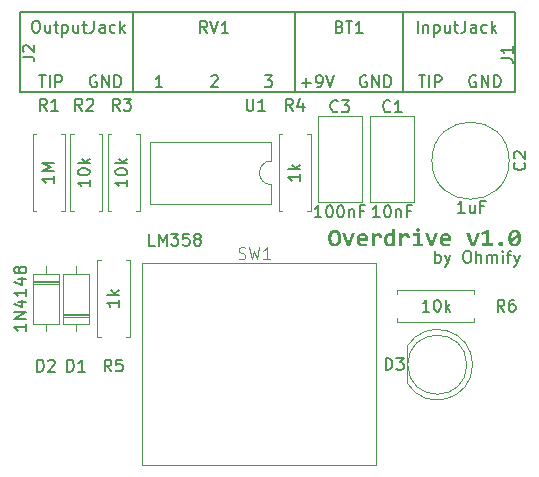
<source format=gbr>
%TF.GenerationSoftware,KiCad,Pcbnew,7.0.9*%
%TF.CreationDate,2023-11-29T23:55:16+08:00*%
%TF.ProjectId,ohmify-overdrive,6f686d69-6679-42d6-9f76-657264726976,rev?*%
%TF.SameCoordinates,Original*%
%TF.FileFunction,Legend,Top*%
%TF.FilePolarity,Positive*%
%FSLAX46Y46*%
G04 Gerber Fmt 4.6, Leading zero omitted, Abs format (unit mm)*
G04 Created by KiCad (PCBNEW 7.0.9) date 2023-11-29 23:55:16*
%MOMM*%
%LPD*%
G01*
G04 APERTURE LIST*
%ADD10C,0.150000*%
%ADD11C,0.200000*%
%ADD12C,0.100000*%
%ADD13C,0.120000*%
G04 APERTURE END LIST*
D10*
X169164000Y-101600000D02*
X169164000Y-108331000D01*
X136779000Y-101600000D02*
X136779000Y-108331000D01*
X178689000Y-101600000D02*
X136779000Y-101600000D01*
X160020000Y-101600000D02*
X160020000Y-108331000D01*
X146304000Y-101600000D02*
X146304000Y-108331000D01*
X136779000Y-108331000D02*
X178689000Y-108331000D01*
X178689000Y-108331000D02*
X178689000Y-101600000D01*
D11*
G36*
X163428553Y-120025390D02*
G01*
X163445049Y-120025911D01*
X163461283Y-120026780D01*
X163477254Y-120027996D01*
X163492963Y-120029560D01*
X163508409Y-120031471D01*
X163523593Y-120033730D01*
X163538514Y-120036336D01*
X163553173Y-120039290D01*
X163581704Y-120046240D01*
X163609185Y-120054581D01*
X163635616Y-120064311D01*
X163660997Y-120075431D01*
X163685328Y-120087941D01*
X163708610Y-120101842D01*
X163730841Y-120117132D01*
X163752023Y-120133812D01*
X163772156Y-120151883D01*
X163791238Y-120171343D01*
X163809271Y-120192194D01*
X163817893Y-120203140D01*
X163834390Y-120225973D01*
X163849823Y-120250081D01*
X163864192Y-120275467D01*
X163877496Y-120302129D01*
X163883749Y-120315939D01*
X163889736Y-120330068D01*
X163895457Y-120344516D01*
X163900911Y-120359283D01*
X163906100Y-120374370D01*
X163911023Y-120389775D01*
X163915679Y-120405500D01*
X163920069Y-120421544D01*
X163924194Y-120437907D01*
X163928052Y-120454589D01*
X163931644Y-120471591D01*
X163934970Y-120488911D01*
X163938030Y-120506551D01*
X163940824Y-120524510D01*
X163943352Y-120542788D01*
X163945613Y-120561385D01*
X163947609Y-120580301D01*
X163949339Y-120599536D01*
X163950802Y-120619091D01*
X163951999Y-120638965D01*
X163952931Y-120659158D01*
X163953596Y-120679670D01*
X163953995Y-120700501D01*
X163954128Y-120721651D01*
X163953958Y-120744578D01*
X163953448Y-120767109D01*
X163952597Y-120789245D01*
X163951406Y-120810986D01*
X163949875Y-120832330D01*
X163948004Y-120853280D01*
X163945792Y-120873834D01*
X163943240Y-120893992D01*
X163940348Y-120913755D01*
X163937116Y-120933122D01*
X163933544Y-120952094D01*
X163929631Y-120970671D01*
X163925378Y-120988851D01*
X163920785Y-121006637D01*
X163915851Y-121024027D01*
X163910578Y-121041021D01*
X163905052Y-121057585D01*
X163899271Y-121073777D01*
X163893234Y-121089597D01*
X163886941Y-121105044D01*
X163880392Y-121120119D01*
X163873588Y-121134822D01*
X163866527Y-121149153D01*
X163859210Y-121163111D01*
X163851638Y-121176698D01*
X163843810Y-121189912D01*
X163835725Y-121202753D01*
X163827385Y-121215223D01*
X163814395Y-121233229D01*
X163800829Y-121250398D01*
X163791465Y-121261379D01*
X163776995Y-121277178D01*
X163762061Y-121292192D01*
X163746662Y-121306421D01*
X163730798Y-121319865D01*
X163714470Y-121332524D01*
X163697677Y-121344397D01*
X163680420Y-121355485D01*
X163662698Y-121365789D01*
X163644512Y-121375306D01*
X163625861Y-121384039D01*
X163613169Y-121389425D01*
X163593922Y-121396809D01*
X163574425Y-121403466D01*
X163554681Y-121409397D01*
X163534687Y-121414602D01*
X163514445Y-121419081D01*
X163493955Y-121422834D01*
X163473216Y-121425860D01*
X163452228Y-121428160D01*
X163430991Y-121429733D01*
X163409506Y-121430581D01*
X163395044Y-121430742D01*
X163378286Y-121430568D01*
X163361788Y-121430046D01*
X163345553Y-121429175D01*
X163329579Y-121427956D01*
X163313867Y-121426389D01*
X163298417Y-121424474D01*
X163283228Y-121422210D01*
X163268301Y-121419598D01*
X163253636Y-121416638D01*
X163225091Y-121409674D01*
X163197593Y-121401316D01*
X163171142Y-121391566D01*
X163145737Y-121380422D01*
X163121380Y-121367886D01*
X163098069Y-121353956D01*
X163075805Y-121338634D01*
X163054588Y-121321919D01*
X163034418Y-121303810D01*
X163015295Y-121284309D01*
X162997219Y-121263415D01*
X162988574Y-121252446D01*
X162972121Y-121229528D01*
X162956731Y-121205347D01*
X162942402Y-121179905D01*
X162929134Y-121153201D01*
X162922898Y-121139375D01*
X162916927Y-121125234D01*
X162911222Y-121110778D01*
X162905782Y-121096006D01*
X162900608Y-121080919D01*
X162895699Y-121065515D01*
X162891055Y-121049797D01*
X162886677Y-121033763D01*
X162882564Y-121017413D01*
X162878716Y-121000748D01*
X162875134Y-120983767D01*
X162871817Y-120966471D01*
X162868765Y-120948860D01*
X162865979Y-120930932D01*
X162863458Y-120912690D01*
X162861202Y-120894132D01*
X162859212Y-120875258D01*
X162857487Y-120856068D01*
X162856028Y-120836564D01*
X162854834Y-120816743D01*
X162853905Y-120796608D01*
X162853242Y-120776156D01*
X162852844Y-120755389D01*
X162852711Y-120734307D01*
X162852802Y-120722023D01*
X163124808Y-120722023D01*
X163125064Y-120751192D01*
X163125832Y-120779422D01*
X163127111Y-120806712D01*
X163128903Y-120833063D01*
X163131206Y-120858475D01*
X163134021Y-120882947D01*
X163137348Y-120906480D01*
X163141186Y-120929074D01*
X163145537Y-120950729D01*
X163150399Y-120971444D01*
X163155773Y-120991220D01*
X163161659Y-121010057D01*
X163168056Y-121027954D01*
X163174966Y-121044912D01*
X163182387Y-121060931D01*
X163190320Y-121076010D01*
X163198829Y-121090119D01*
X163207978Y-121103317D01*
X163217766Y-121115605D01*
X163228194Y-121126982D01*
X163239262Y-121137450D01*
X163250970Y-121147007D01*
X163263317Y-121155654D01*
X163276304Y-121163391D01*
X163289931Y-121170217D01*
X163304198Y-121176134D01*
X163319105Y-121181140D01*
X163334651Y-121185236D01*
X163350837Y-121188421D01*
X163367663Y-121190697D01*
X163385128Y-121192062D01*
X163403233Y-121192517D01*
X163421507Y-121192046D01*
X163439107Y-121190633D01*
X163456031Y-121188277D01*
X163472281Y-121184980D01*
X163487857Y-121180740D01*
X163502757Y-121175558D01*
X163516983Y-121169433D01*
X163530535Y-121162367D01*
X163543446Y-121154387D01*
X163555753Y-121145524D01*
X163567455Y-121135776D01*
X163578552Y-121125144D01*
X163589044Y-121113629D01*
X163598931Y-121101229D01*
X163608214Y-121087945D01*
X163616891Y-121073777D01*
X163625074Y-121058749D01*
X163632688Y-121042882D01*
X163639731Y-121026179D01*
X163646204Y-121008638D01*
X163652107Y-120990259D01*
X163656161Y-120975925D01*
X163659893Y-120961121D01*
X163663306Y-120945845D01*
X163666397Y-120930098D01*
X163669191Y-120913826D01*
X163671710Y-120897117D01*
X163673954Y-120879968D01*
X163675924Y-120862382D01*
X163677619Y-120844357D01*
X163679038Y-120825893D01*
X163680183Y-120806992D01*
X163681054Y-120787652D01*
X163681649Y-120767873D01*
X163681970Y-120747656D01*
X163682031Y-120733935D01*
X163681776Y-120704767D01*
X163681013Y-120676542D01*
X163679741Y-120649259D01*
X163677960Y-120622918D01*
X163675669Y-120597520D01*
X163672871Y-120573063D01*
X163669563Y-120549549D01*
X163665746Y-120526977D01*
X163661420Y-120505347D01*
X163656586Y-120484660D01*
X163651242Y-120464914D01*
X163645390Y-120446111D01*
X163639028Y-120428250D01*
X163632158Y-120411331D01*
X163624779Y-120395354D01*
X163616891Y-120380320D01*
X163608467Y-120366167D01*
X163599385Y-120352926D01*
X163589646Y-120340599D01*
X163579250Y-120329185D01*
X163568196Y-120318685D01*
X163556486Y-120309097D01*
X163544118Y-120300422D01*
X163531093Y-120292661D01*
X163517411Y-120285812D01*
X163503071Y-120279877D01*
X163488075Y-120274855D01*
X163472421Y-120270746D01*
X163456110Y-120267550D01*
X163439142Y-120265267D01*
X163421516Y-120263897D01*
X163403233Y-120263441D01*
X163385052Y-120263912D01*
X163367546Y-120265325D01*
X163350715Y-120267681D01*
X163334558Y-120270979D01*
X163319075Y-120275218D01*
X163304268Y-120280400D01*
X163290135Y-120286525D01*
X163276677Y-120293591D01*
X163263841Y-120301571D01*
X163251575Y-120310434D01*
X163239879Y-120320182D01*
X163228752Y-120330814D01*
X163218196Y-120342330D01*
X163208210Y-120354729D01*
X163198794Y-120368013D01*
X163189948Y-120382181D01*
X163181765Y-120397215D01*
X163174152Y-120413099D01*
X163167108Y-120429832D01*
X163160635Y-120447414D01*
X163154732Y-120465845D01*
X163150678Y-120480225D01*
X163146946Y-120495083D01*
X163143533Y-120510419D01*
X163140442Y-120526233D01*
X163137648Y-120542437D01*
X163135129Y-120559087D01*
X163132885Y-120576182D01*
X163130915Y-120593722D01*
X163129220Y-120611706D01*
X163127801Y-120630136D01*
X163126656Y-120649010D01*
X163125785Y-120668330D01*
X163125190Y-120688094D01*
X163124869Y-120708303D01*
X163124808Y-120722023D01*
X162852802Y-120722023D01*
X162852880Y-120711382D01*
X162853386Y-120688855D01*
X162854229Y-120666726D01*
X162855410Y-120644996D01*
X162856928Y-120623664D01*
X162858783Y-120602731D01*
X162860976Y-120582196D01*
X162863506Y-120562059D01*
X162866373Y-120542321D01*
X162869578Y-120522981D01*
X162873119Y-120504040D01*
X162876999Y-120485497D01*
X162881215Y-120467352D01*
X162885769Y-120449606D01*
X162890661Y-120432259D01*
X162895889Y-120415309D01*
X162901460Y-120398700D01*
X162907283Y-120382466D01*
X162913359Y-120366607D01*
X162919688Y-120351123D01*
X162926271Y-120336015D01*
X162933106Y-120321281D01*
X162940194Y-120306923D01*
X162947536Y-120292940D01*
X162955130Y-120279332D01*
X162962977Y-120266099D01*
X162971077Y-120253241D01*
X162979431Y-120240758D01*
X162992435Y-120222738D01*
X163006009Y-120205561D01*
X163015374Y-120194579D01*
X163029840Y-120178783D01*
X163044765Y-120163779D01*
X163060148Y-120149566D01*
X163075989Y-120136145D01*
X163092287Y-120123516D01*
X163109044Y-120111679D01*
X163126259Y-120100633D01*
X163143931Y-120090379D01*
X163162062Y-120080917D01*
X163180651Y-120072246D01*
X163193298Y-120066906D01*
X163212612Y-120059455D01*
X163232168Y-120052738D01*
X163251966Y-120046753D01*
X163272006Y-120041501D01*
X163292289Y-120036982D01*
X163312813Y-120033196D01*
X163333580Y-120030142D01*
X163354588Y-120027822D01*
X163375839Y-120026234D01*
X163397332Y-120025379D01*
X163411795Y-120025216D01*
X163428553Y-120025390D01*
G37*
G36*
X164725753Y-121406920D02*
G01*
X164431694Y-121406920D01*
X164009962Y-120334908D01*
X164294715Y-120334908D01*
X164515445Y-120956154D01*
X164581329Y-121156784D01*
X164646469Y-120964715D01*
X164869432Y-120334908D01*
X165143763Y-120334908D01*
X164725753Y-121406920D01*
G37*
G36*
X165785620Y-120311393D02*
G01*
X165806140Y-120312316D01*
X165826196Y-120313854D01*
X165845787Y-120316006D01*
X165864913Y-120318774D01*
X165883575Y-120322157D01*
X165901772Y-120326154D01*
X165919505Y-120330767D01*
X165936773Y-120335995D01*
X165953577Y-120341838D01*
X165964521Y-120346075D01*
X165980601Y-120352881D01*
X165996176Y-120360178D01*
X166011248Y-120367965D01*
X166025816Y-120376243D01*
X166039881Y-120385012D01*
X166053441Y-120394271D01*
X166066498Y-120404021D01*
X166079051Y-120414262D01*
X166091100Y-120424994D01*
X166102645Y-120436216D01*
X166110062Y-120443971D01*
X166120837Y-120455975D01*
X166131108Y-120468398D01*
X166140876Y-120481240D01*
X166150140Y-120494500D01*
X166158900Y-120508180D01*
X166167156Y-120522278D01*
X166174909Y-120536794D01*
X166182157Y-120551730D01*
X166188902Y-120567084D01*
X166195143Y-120582857D01*
X166199024Y-120593605D01*
X166204478Y-120610014D01*
X166209397Y-120626718D01*
X166213778Y-120643715D01*
X166217623Y-120661007D01*
X166220932Y-120678594D01*
X166223704Y-120696475D01*
X166225940Y-120714651D01*
X166227639Y-120733120D01*
X166228801Y-120751885D01*
X166229427Y-120770944D01*
X166229546Y-120783813D01*
X166229428Y-120799915D01*
X166229126Y-120816305D01*
X166228709Y-120832249D01*
X166228149Y-120849689D01*
X166228057Y-120852303D01*
X166227434Y-120867753D01*
X166226679Y-120882837D01*
X166225633Y-120899972D01*
X166224409Y-120916608D01*
X166223218Y-120930470D01*
X165523806Y-120930470D01*
X165524137Y-120947703D01*
X165525132Y-120964412D01*
X165526789Y-120980598D01*
X165529110Y-120996261D01*
X165532093Y-121011400D01*
X165535740Y-121026016D01*
X165541231Y-121043549D01*
X165545022Y-121053677D01*
X165552196Y-121069893D01*
X165560224Y-121085273D01*
X165569106Y-121099816D01*
X165578843Y-121113524D01*
X165589433Y-121126396D01*
X165600878Y-121138431D01*
X165605695Y-121143011D01*
X165618407Y-121153769D01*
X165631882Y-121163709D01*
X165646120Y-121172831D01*
X165661122Y-121181135D01*
X165676887Y-121188622D01*
X165693416Y-121195290D01*
X165700241Y-121197728D01*
X165717747Y-121203090D01*
X165735835Y-121207543D01*
X165750724Y-121210451D01*
X165765985Y-121212777D01*
X165781619Y-121214522D01*
X165797624Y-121215685D01*
X165814002Y-121216267D01*
X165822331Y-121216340D01*
X165841855Y-121216165D01*
X165861717Y-121215642D01*
X165876835Y-121215020D01*
X165892142Y-121214202D01*
X165907639Y-121213188D01*
X165923326Y-121211978D01*
X165939203Y-121210571D01*
X165955269Y-121208968D01*
X165971526Y-121207169D01*
X165987971Y-121205173D01*
X166004641Y-121202955D01*
X166021428Y-121200488D01*
X166038333Y-121197773D01*
X166055356Y-121194809D01*
X166072497Y-121191596D01*
X166089755Y-121188135D01*
X166107131Y-121184425D01*
X166124625Y-121180466D01*
X166142237Y-121176259D01*
X166159966Y-121171803D01*
X166171851Y-121168695D01*
X166171851Y-121383097D01*
X166156248Y-121386940D01*
X166140148Y-121390652D01*
X166123550Y-121394233D01*
X166106456Y-121397684D01*
X166088864Y-121401003D01*
X166082889Y-121402081D01*
X166067829Y-121404710D01*
X166052660Y-121407250D01*
X166037382Y-121409698D01*
X166021995Y-121412055D01*
X166006499Y-121414321D01*
X165990894Y-121416497D01*
X165984621Y-121417342D01*
X165968891Y-121419354D01*
X165953106Y-121421202D01*
X165937266Y-121422887D01*
X165921372Y-121424408D01*
X165905423Y-121425766D01*
X165889420Y-121426960D01*
X165883004Y-121427392D01*
X165867033Y-121428357D01*
X165851226Y-121429159D01*
X165835583Y-121429797D01*
X165820103Y-121430271D01*
X165804787Y-121430582D01*
X165789635Y-121430729D01*
X165783619Y-121430742D01*
X165768549Y-121430607D01*
X165746308Y-121429897D01*
X165724505Y-121428578D01*
X165703141Y-121426651D01*
X165682215Y-121424116D01*
X165661728Y-121420972D01*
X165641679Y-121417220D01*
X165622068Y-121412859D01*
X165602896Y-121407889D01*
X165584162Y-121402311D01*
X165565867Y-121396125D01*
X165548049Y-121389273D01*
X165530748Y-121381839D01*
X165513964Y-121373823D01*
X165497697Y-121365224D01*
X165481947Y-121356043D01*
X165466714Y-121346280D01*
X165451997Y-121335934D01*
X165437798Y-121325006D01*
X165424115Y-121313496D01*
X165410950Y-121301404D01*
X165402460Y-121293018D01*
X165390172Y-121279965D01*
X165378434Y-121266349D01*
X165367245Y-121252170D01*
X165356606Y-121237429D01*
X165346517Y-121222125D01*
X165336977Y-121206258D01*
X165327987Y-121189828D01*
X165319546Y-121172836D01*
X165311656Y-121155281D01*
X165304314Y-121137163D01*
X165299725Y-121124772D01*
X165293406Y-121105653D01*
X165287708Y-121085985D01*
X165282632Y-121065767D01*
X165278177Y-121044999D01*
X165274344Y-121023682D01*
X165271132Y-121001815D01*
X165269337Y-120986932D01*
X165267817Y-120971805D01*
X165266574Y-120956433D01*
X165265607Y-120940817D01*
X165264916Y-120924956D01*
X165264502Y-120908852D01*
X165264364Y-120892503D01*
X165264502Y-120876263D01*
X165264916Y-120860207D01*
X165265607Y-120844333D01*
X165266574Y-120828643D01*
X165267817Y-120813136D01*
X165269337Y-120797812D01*
X165271132Y-120782672D01*
X165273204Y-120767714D01*
X165275553Y-120752940D01*
X165277969Y-120739890D01*
X165528272Y-120739890D01*
X165970105Y-120739890D01*
X165970017Y-120724966D01*
X165969139Y-120706998D01*
X165967407Y-120689794D01*
X165964821Y-120673353D01*
X165961381Y-120657675D01*
X165957086Y-120642760D01*
X165954099Y-120634178D01*
X165947512Y-120617711D01*
X165940036Y-120602370D01*
X165931669Y-120588154D01*
X165922413Y-120575064D01*
X165912267Y-120563099D01*
X165908687Y-120559361D01*
X165897599Y-120548870D01*
X165885830Y-120539452D01*
X165873381Y-120531108D01*
X165860251Y-120523836D01*
X165846441Y-120517638D01*
X165841687Y-120515810D01*
X165827240Y-120511003D01*
X165812374Y-120507191D01*
X165797089Y-120504373D01*
X165781386Y-120502550D01*
X165765264Y-120501721D01*
X165759797Y-120501666D01*
X165742025Y-120502215D01*
X165724861Y-120503864D01*
X165708306Y-120506612D01*
X165692360Y-120510459D01*
X165677022Y-120515406D01*
X165662293Y-120521452D01*
X165648172Y-120528597D01*
X165634659Y-120536841D01*
X165621755Y-120546184D01*
X165609460Y-120556627D01*
X165601601Y-120564200D01*
X165590457Y-120576306D01*
X165580196Y-120589316D01*
X165570819Y-120603229D01*
X165562325Y-120618044D01*
X165554714Y-120633763D01*
X165547987Y-120650384D01*
X165542143Y-120667909D01*
X165537182Y-120686336D01*
X165533105Y-120705667D01*
X165529911Y-120725900D01*
X165528272Y-120739890D01*
X165277969Y-120739890D01*
X165279593Y-120731122D01*
X165284255Y-120709717D01*
X165289538Y-120688723D01*
X165295443Y-120668142D01*
X165299725Y-120654651D01*
X165306681Y-120634822D01*
X165314146Y-120615536D01*
X165322122Y-120596794D01*
X165330609Y-120578594D01*
X165339605Y-120560938D01*
X165349112Y-120543825D01*
X165359130Y-120527254D01*
X165369657Y-120511227D01*
X165380695Y-120495743D01*
X165392244Y-120480802D01*
X165400226Y-120471143D01*
X165412682Y-120457073D01*
X165425622Y-120443619D01*
X165439046Y-120430779D01*
X165452955Y-120418555D01*
X165467347Y-120406945D01*
X165482224Y-120395951D01*
X165497585Y-120385571D01*
X165513430Y-120375807D01*
X165529759Y-120366657D01*
X165546572Y-120358123D01*
X165558050Y-120352775D01*
X165575615Y-120345325D01*
X165593553Y-120338607D01*
X165611864Y-120332623D01*
X165630547Y-120327371D01*
X165649604Y-120322852D01*
X165669033Y-120319065D01*
X165688836Y-120316012D01*
X165709011Y-120313691D01*
X165729560Y-120312104D01*
X165750481Y-120311249D01*
X165764636Y-120311086D01*
X165785620Y-120311393D01*
G37*
G36*
X167159367Y-120739890D02*
G01*
X167159810Y-120722395D01*
X167159745Y-120705736D01*
X167159171Y-120689912D01*
X167158087Y-120674925D01*
X167156116Y-120658044D01*
X167153411Y-120642367D01*
X167150153Y-120627789D01*
X167145524Y-120612039D01*
X167140005Y-120597642D01*
X167132607Y-120582846D01*
X167128472Y-120576111D01*
X167119399Y-120563804D01*
X167107969Y-120552128D01*
X167095242Y-120542749D01*
X167086038Y-120537772D01*
X167071392Y-120531834D01*
X167055509Y-120527839D01*
X167040352Y-120525920D01*
X167028343Y-120525488D01*
X167010679Y-120526706D01*
X166992815Y-120530359D01*
X166978379Y-120535035D01*
X166963816Y-120541270D01*
X166949125Y-120549063D01*
X166934305Y-120558416D01*
X166919358Y-120569326D01*
X166911837Y-120575366D01*
X166900426Y-120585288D01*
X166888805Y-120596348D01*
X166876975Y-120608546D01*
X166864936Y-120621883D01*
X166852688Y-120636358D01*
X166840230Y-120651972D01*
X166827562Y-120668725D01*
X166814686Y-120686615D01*
X166805985Y-120699175D01*
X166797191Y-120712241D01*
X166788304Y-120725813D01*
X166779324Y-120739890D01*
X166779324Y-121406920D01*
X166517649Y-121406920D01*
X166517649Y-120334908D01*
X166749174Y-120334908D01*
X166758479Y-120501666D01*
X166766785Y-120488274D01*
X166775419Y-120475319D01*
X166784379Y-120462800D01*
X166793666Y-120450717D01*
X166803281Y-120439071D01*
X166813223Y-120427860D01*
X166817291Y-120423498D01*
X166827816Y-120412800D01*
X166838687Y-120402575D01*
X166852187Y-120390928D01*
X166866185Y-120379962D01*
X166880680Y-120369677D01*
X166890620Y-120363198D01*
X166903508Y-120355579D01*
X166916814Y-120348541D01*
X166930538Y-120342085D01*
X166944680Y-120336211D01*
X166959240Y-120330919D01*
X166974218Y-120326208D01*
X166980326Y-120324486D01*
X166995917Y-120320626D01*
X167011980Y-120317420D01*
X167028516Y-120314868D01*
X167045524Y-120312970D01*
X167063005Y-120311727D01*
X167080958Y-120311138D01*
X167088272Y-120311086D01*
X167103187Y-120311325D01*
X167122574Y-120312386D01*
X167141392Y-120314297D01*
X167159640Y-120317056D01*
X167177318Y-120320665D01*
X167194426Y-120325123D01*
X167210964Y-120330430D01*
X167226931Y-120336587D01*
X167230834Y-120338258D01*
X167246154Y-120345464D01*
X167260845Y-120353496D01*
X167274908Y-120362354D01*
X167288343Y-120372038D01*
X167301150Y-120382547D01*
X167313329Y-120393883D01*
X167324880Y-120406044D01*
X167335802Y-120419031D01*
X167346067Y-120432856D01*
X167355646Y-120447530D01*
X167364539Y-120463053D01*
X167372746Y-120479425D01*
X167380266Y-120496646D01*
X167387100Y-120514717D01*
X167393247Y-120533636D01*
X167397407Y-120548383D01*
X167398708Y-120553405D01*
X167402338Y-120568706D01*
X167405548Y-120584458D01*
X167408340Y-120600662D01*
X167410713Y-120617317D01*
X167412667Y-120634424D01*
X167414202Y-120651982D01*
X167415319Y-120669992D01*
X167416017Y-120688453D01*
X167416296Y-120707366D01*
X167416156Y-120726730D01*
X167415831Y-120739890D01*
X167159367Y-120739890D01*
G37*
G36*
X168536604Y-121406920D02*
G01*
X168315501Y-121406920D01*
X168309173Y-121250212D01*
X168298650Y-121262719D01*
X168288018Y-121274880D01*
X168277276Y-121286695D01*
X168266426Y-121298166D01*
X168255466Y-121309290D01*
X168244397Y-121320070D01*
X168239939Y-121324285D01*
X168228753Y-121334509D01*
X168217293Y-121344242D01*
X168205561Y-121353484D01*
X168191123Y-121363926D01*
X168176292Y-121373662D01*
X168163633Y-121381236D01*
X168148196Y-121389663D01*
X168132314Y-121397358D01*
X168115987Y-121404320D01*
X168102041Y-121409561D01*
X168087786Y-121414294D01*
X168076160Y-121417714D01*
X168061374Y-121421467D01*
X168046098Y-121424584D01*
X168030331Y-121427065D01*
X168014074Y-121428910D01*
X167997325Y-121430119D01*
X167980086Y-121430691D01*
X167973053Y-121430742D01*
X167955579Y-121430408D01*
X167938471Y-121429407D01*
X167921730Y-121427739D01*
X167905355Y-121425403D01*
X167889346Y-121422400D01*
X167873704Y-121418729D01*
X167858428Y-121414391D01*
X167843519Y-121409385D01*
X167828976Y-121403713D01*
X167814799Y-121397372D01*
X167805551Y-121392775D01*
X167792075Y-121385305D01*
X167779004Y-121377272D01*
X167766339Y-121368677D01*
X167754080Y-121359519D01*
X167742226Y-121349798D01*
X167730778Y-121339515D01*
X167719735Y-121328668D01*
X167709098Y-121317260D01*
X167698867Y-121305288D01*
X167689042Y-121292754D01*
X167682717Y-121284085D01*
X167673637Y-121270629D01*
X167664963Y-121256643D01*
X167656695Y-121242128D01*
X167648833Y-121227082D01*
X167641376Y-121211506D01*
X167634325Y-121195401D01*
X167627679Y-121178765D01*
X167621439Y-121161599D01*
X167615605Y-121143904D01*
X167610176Y-121125678D01*
X167606783Y-121113233D01*
X167602126Y-121094117D01*
X167597928Y-121074594D01*
X167594187Y-121054666D01*
X167590905Y-121034333D01*
X167588081Y-121013594D01*
X167585714Y-120992449D01*
X167583806Y-120970898D01*
X167582355Y-120948942D01*
X167581363Y-120926580D01*
X167580956Y-120911447D01*
X167580752Y-120896133D01*
X167580727Y-120888409D01*
X167580851Y-120874264D01*
X167848730Y-120874264D01*
X167848834Y-120891197D01*
X167849148Y-120907660D01*
X167849672Y-120923651D01*
X167850405Y-120939171D01*
X167851347Y-120954220D01*
X167852929Y-120973552D01*
X167854883Y-120992047D01*
X167857209Y-121009705D01*
X167859908Y-121026525D01*
X167860641Y-121030599D01*
X167863886Y-121046430D01*
X167867481Y-121061540D01*
X167871424Y-121075929D01*
X167876844Y-121092901D01*
X167882809Y-121108746D01*
X167889319Y-121123464D01*
X167896375Y-121137056D01*
X167905561Y-121151764D01*
X167915533Y-121164903D01*
X167926289Y-121176471D01*
X167937831Y-121186469D01*
X167950158Y-121194896D01*
X167954442Y-121197356D01*
X167970032Y-121204753D01*
X167984104Y-121209647D01*
X167998830Y-121213207D01*
X168014211Y-121215431D01*
X168030246Y-121216321D01*
X168032982Y-121216340D01*
X168049075Y-121215491D01*
X168064970Y-121212943D01*
X168080667Y-121208697D01*
X168096167Y-121202753D01*
X168111469Y-121195111D01*
X168126573Y-121185771D01*
X168141480Y-121174732D01*
X168156188Y-121161995D01*
X168167278Y-121151385D01*
X168178492Y-121140076D01*
X168189829Y-121128066D01*
X168201292Y-121115356D01*
X168212878Y-121101946D01*
X168224589Y-121087836D01*
X168236425Y-121073026D01*
X168248384Y-121057516D01*
X168260468Y-121041305D01*
X168272676Y-121024395D01*
X168280884Y-121012732D01*
X168280884Y-120528838D01*
X168264762Y-120523162D01*
X168249243Y-120518653D01*
X168232406Y-120514571D01*
X168216925Y-120511413D01*
X168206067Y-120509482D01*
X168189430Y-120506826D01*
X168172741Y-120504719D01*
X168155999Y-120503162D01*
X168139206Y-120502154D01*
X168122360Y-120501696D01*
X168116733Y-120501666D01*
X168101483Y-120502073D01*
X168086629Y-120503294D01*
X168068617Y-120505966D01*
X168051224Y-120509910D01*
X168034448Y-120515126D01*
X168018290Y-120521615D01*
X168005809Y-120527721D01*
X167990791Y-120536400D01*
X167976445Y-120546151D01*
X167962772Y-120556974D01*
X167949772Y-120568870D01*
X167937443Y-120581838D01*
X167925788Y-120595878D01*
X167921314Y-120601794D01*
X167912817Y-120614130D01*
X167904820Y-120627129D01*
X167897323Y-120640791D01*
X167890326Y-120655116D01*
X167883829Y-120670104D01*
X167877833Y-120685755D01*
X167872337Y-120702069D01*
X167867341Y-120719046D01*
X167862979Y-120736616D01*
X167859199Y-120754710D01*
X167856000Y-120773327D01*
X167853383Y-120792467D01*
X167851347Y-120812131D01*
X167850202Y-120827223D01*
X167849384Y-120842609D01*
X167848893Y-120858289D01*
X167848730Y-120874264D01*
X167580851Y-120874264D01*
X167580888Y-120870044D01*
X167581373Y-120851989D01*
X167582179Y-120834241D01*
X167583309Y-120816802D01*
X167584762Y-120799670D01*
X167586537Y-120782848D01*
X167588635Y-120766333D01*
X167591056Y-120750127D01*
X167593800Y-120734228D01*
X167596866Y-120718639D01*
X167600256Y-120703357D01*
X167603968Y-120688384D01*
X167608003Y-120673718D01*
X167612360Y-120659362D01*
X167619502Y-120638404D01*
X167622044Y-120631573D01*
X167630072Y-120611520D01*
X167638663Y-120592122D01*
X167647817Y-120573379D01*
X167657533Y-120555289D01*
X167667813Y-120537854D01*
X167678654Y-120521074D01*
X167690059Y-120504947D01*
X167702026Y-120489475D01*
X167714556Y-120474657D01*
X167727649Y-120460494D01*
X167736690Y-120451415D01*
X167750678Y-120438342D01*
X167765143Y-120425923D01*
X167780086Y-120414159D01*
X167795507Y-120403049D01*
X167811406Y-120392593D01*
X167827782Y-120382792D01*
X167844636Y-120373645D01*
X167861967Y-120365152D01*
X167879776Y-120357313D01*
X167898063Y-120350129D01*
X167910519Y-120345703D01*
X167929517Y-120339516D01*
X167948822Y-120333939D01*
X167968435Y-120328969D01*
X167988355Y-120324608D01*
X168008583Y-120320856D01*
X168029118Y-120317712D01*
X168049961Y-120315176D01*
X168071112Y-120313249D01*
X168092569Y-120311931D01*
X168114335Y-120311221D01*
X168129016Y-120311086D01*
X168143965Y-120311269D01*
X168158939Y-120311819D01*
X168173940Y-120312735D01*
X168188968Y-120314017D01*
X168204021Y-120315666D01*
X168209045Y-120316297D01*
X168223932Y-120318356D01*
X168240474Y-120321023D01*
X168256125Y-120323974D01*
X168270886Y-120327211D01*
X168280884Y-120329697D01*
X168280884Y-119929926D01*
X168536604Y-119929926D01*
X168536604Y-121406920D01*
G37*
G36*
X169502903Y-120739890D02*
G01*
X169503346Y-120722395D01*
X169503281Y-120705736D01*
X169502706Y-120689912D01*
X169501623Y-120674925D01*
X169499651Y-120658044D01*
X169496947Y-120642367D01*
X169493688Y-120627789D01*
X169489060Y-120612039D01*
X169483541Y-120597642D01*
X169476143Y-120582846D01*
X169472008Y-120576111D01*
X169462935Y-120563804D01*
X169451504Y-120552128D01*
X169438778Y-120542749D01*
X169429574Y-120537772D01*
X169414927Y-120531834D01*
X169399044Y-120527839D01*
X169383888Y-120525920D01*
X169371879Y-120525488D01*
X169354215Y-120526706D01*
X169336350Y-120530359D01*
X169321915Y-120535035D01*
X169307351Y-120541270D01*
X169292660Y-120549063D01*
X169277841Y-120558416D01*
X169262894Y-120569326D01*
X169255372Y-120575366D01*
X169243961Y-120585288D01*
X169232341Y-120596348D01*
X169220511Y-120608546D01*
X169208472Y-120621883D01*
X169196223Y-120636358D01*
X169183765Y-120651972D01*
X169171098Y-120668725D01*
X169158221Y-120686615D01*
X169149520Y-120699175D01*
X169140727Y-120712241D01*
X169131840Y-120725813D01*
X169122860Y-120739890D01*
X169122860Y-121406920D01*
X168861185Y-121406920D01*
X168861185Y-120334908D01*
X169092709Y-120334908D01*
X169102015Y-120501666D01*
X169110321Y-120488274D01*
X169118954Y-120475319D01*
X169127915Y-120462800D01*
X169137202Y-120450717D01*
X169146817Y-120439071D01*
X169156758Y-120427860D01*
X169160827Y-120423498D01*
X169171352Y-120412800D01*
X169182222Y-120402575D01*
X169195723Y-120390928D01*
X169209721Y-120379962D01*
X169224216Y-120369677D01*
X169234155Y-120363198D01*
X169247043Y-120355579D01*
X169260349Y-120348541D01*
X169274073Y-120342085D01*
X169288215Y-120336211D01*
X169302775Y-120330919D01*
X169317753Y-120326208D01*
X169323862Y-120324486D01*
X169339452Y-120320626D01*
X169355516Y-120317420D01*
X169372051Y-120314868D01*
X169389059Y-120312970D01*
X169406540Y-120311727D01*
X169424494Y-120311138D01*
X169431807Y-120311086D01*
X169446722Y-120311325D01*
X169466110Y-120312386D01*
X169484928Y-120314297D01*
X169503175Y-120317056D01*
X169520853Y-120320665D01*
X169537961Y-120325123D01*
X169554499Y-120330430D01*
X169570467Y-120336587D01*
X169574370Y-120338258D01*
X169589689Y-120345464D01*
X169604381Y-120353496D01*
X169618444Y-120362354D01*
X169631879Y-120372038D01*
X169644686Y-120382547D01*
X169656865Y-120393883D01*
X169668415Y-120406044D01*
X169679338Y-120419031D01*
X169689603Y-120432856D01*
X169699182Y-120447530D01*
X169708075Y-120463053D01*
X169716281Y-120479425D01*
X169723801Y-120496646D01*
X169730635Y-120514717D01*
X169736783Y-120533636D01*
X169740943Y-120548383D01*
X169742244Y-120553405D01*
X169745873Y-120568706D01*
X169749084Y-120584458D01*
X169751875Y-120600662D01*
X169754248Y-120617317D01*
X169756202Y-120634424D01*
X169757738Y-120651982D01*
X169758854Y-120669992D01*
X169759552Y-120688453D01*
X169759832Y-120707366D01*
X169759692Y-120726730D01*
X169759366Y-120739890D01*
X169502903Y-120739890D01*
G37*
G36*
X170616231Y-120049411D02*
G01*
X170615625Y-120064360D01*
X170613450Y-120080965D01*
X170609693Y-120097058D01*
X170604354Y-120112639D01*
X170603575Y-120114550D01*
X170596782Y-120129160D01*
X170588686Y-120142840D01*
X170579287Y-120155588D01*
X170568586Y-120167407D01*
X170556907Y-120177992D01*
X170544205Y-120187414D01*
X170530479Y-120195673D01*
X170515730Y-120202768D01*
X170500306Y-120208468D01*
X170484184Y-120212539D01*
X170467364Y-120214982D01*
X170452074Y-120215783D01*
X170449846Y-120215796D01*
X170434444Y-120215173D01*
X170419505Y-120213302D01*
X170402999Y-120209638D01*
X170387098Y-120204346D01*
X170383217Y-120202768D01*
X170368282Y-120195673D01*
X170354370Y-120187414D01*
X170341481Y-120177992D01*
X170329617Y-120167407D01*
X170319055Y-120155588D01*
X170309703Y-120142840D01*
X170301560Y-120129160D01*
X170294627Y-120114550D01*
X170289253Y-120099033D01*
X170285415Y-120083004D01*
X170283112Y-120066464D01*
X170282356Y-120051570D01*
X170282344Y-120049411D01*
X170283112Y-120032544D01*
X170285415Y-120016190D01*
X170289253Y-120000347D01*
X170294627Y-119985016D01*
X170301560Y-119970220D01*
X170309703Y-119956354D01*
X170319055Y-119943420D01*
X170329617Y-119931415D01*
X170341481Y-119920504D01*
X170354370Y-119910850D01*
X170368282Y-119902451D01*
X170383217Y-119895309D01*
X170398967Y-119889610D01*
X170415322Y-119885538D01*
X170430128Y-119883312D01*
X170445398Y-119882332D01*
X170449846Y-119882281D01*
X170465212Y-119882905D01*
X170480044Y-119884775D01*
X170496341Y-119888439D01*
X170511939Y-119893732D01*
X170515730Y-119895309D01*
X170530479Y-119902451D01*
X170544205Y-119910850D01*
X170556907Y-119920504D01*
X170568586Y-119931415D01*
X170579287Y-119943420D01*
X170588686Y-119956354D01*
X170596782Y-119970220D01*
X170603575Y-119985016D01*
X170609112Y-120000347D01*
X170613067Y-120016190D01*
X170615440Y-120032544D01*
X170616231Y-120049411D01*
G37*
G36*
X170333339Y-120525488D02*
G01*
X170032952Y-120525488D01*
X170032952Y-120334908D01*
X170595386Y-120334908D01*
X170595386Y-121216340D01*
X170902100Y-121216340D01*
X170902100Y-121406920D01*
X169996474Y-121406920D01*
X169996474Y-121216340D01*
X170333339Y-121216340D01*
X170333339Y-120525488D01*
G37*
G36*
X171756359Y-121406920D02*
G01*
X171462301Y-121406920D01*
X171040569Y-120334908D01*
X171325321Y-120334908D01*
X171546052Y-120956154D01*
X171611936Y-121156784D01*
X171677075Y-120964715D01*
X171900039Y-120334908D01*
X172174369Y-120334908D01*
X171756359Y-121406920D01*
G37*
G36*
X172816227Y-120311393D02*
G01*
X172836747Y-120312316D01*
X172856803Y-120313854D01*
X172876393Y-120316006D01*
X172895520Y-120318774D01*
X172914182Y-120322157D01*
X172932379Y-120326154D01*
X172950112Y-120330767D01*
X172967380Y-120335995D01*
X172984183Y-120341838D01*
X172995128Y-120346075D01*
X173011207Y-120352881D01*
X173026783Y-120360178D01*
X173041855Y-120367965D01*
X173056423Y-120376243D01*
X173070487Y-120385012D01*
X173084048Y-120394271D01*
X173097104Y-120404021D01*
X173109657Y-120414262D01*
X173121706Y-120424994D01*
X173133251Y-120436216D01*
X173140668Y-120443971D01*
X173151443Y-120455975D01*
X173161715Y-120468398D01*
X173171483Y-120481240D01*
X173180746Y-120494500D01*
X173189506Y-120508180D01*
X173197763Y-120522278D01*
X173205515Y-120536794D01*
X173212764Y-120551730D01*
X173219508Y-120567084D01*
X173225749Y-120582857D01*
X173229630Y-120593605D01*
X173235085Y-120610014D01*
X173240003Y-120626718D01*
X173244385Y-120643715D01*
X173248230Y-120661007D01*
X173251538Y-120678594D01*
X173254311Y-120696475D01*
X173256546Y-120714651D01*
X173258245Y-120733120D01*
X173259408Y-120751885D01*
X173260034Y-120770944D01*
X173260153Y-120783813D01*
X173260035Y-120799915D01*
X173259733Y-120816305D01*
X173259315Y-120832249D01*
X173258755Y-120849689D01*
X173258664Y-120852303D01*
X173258040Y-120867753D01*
X173257285Y-120882837D01*
X173256240Y-120899972D01*
X173255016Y-120916608D01*
X173253825Y-120930470D01*
X172554412Y-120930470D01*
X172554744Y-120947703D01*
X172555738Y-120964412D01*
X172557396Y-120980598D01*
X172559716Y-120996261D01*
X172562700Y-121011400D01*
X172566347Y-121026016D01*
X172571837Y-121043549D01*
X172575629Y-121053677D01*
X172582803Y-121069893D01*
X172590831Y-121085273D01*
X172599713Y-121099816D01*
X172609449Y-121113524D01*
X172620040Y-121126396D01*
X172631485Y-121138431D01*
X172636302Y-121143011D01*
X172649013Y-121153769D01*
X172662488Y-121163709D01*
X172676727Y-121172831D01*
X172691729Y-121181135D01*
X172707494Y-121188622D01*
X172724022Y-121195290D01*
X172730847Y-121197728D01*
X172748353Y-121203090D01*
X172766441Y-121207543D01*
X172781330Y-121210451D01*
X172796592Y-121212777D01*
X172812225Y-121214522D01*
X172828231Y-121215685D01*
X172844609Y-121216267D01*
X172852937Y-121216340D01*
X172872462Y-121216165D01*
X172892324Y-121215642D01*
X172907441Y-121215020D01*
X172922749Y-121214202D01*
X172938246Y-121213188D01*
X172953933Y-121211978D01*
X172969809Y-121210571D01*
X172985876Y-121208968D01*
X173002132Y-121207169D01*
X173018578Y-121205173D01*
X173035247Y-121202955D01*
X173052035Y-121200488D01*
X173068940Y-121197773D01*
X173085963Y-121194809D01*
X173103103Y-121191596D01*
X173120361Y-121188135D01*
X173137738Y-121184425D01*
X173155232Y-121180466D01*
X173172843Y-121176259D01*
X173190573Y-121171803D01*
X173202458Y-121168695D01*
X173202458Y-121383097D01*
X173186855Y-121386940D01*
X173170755Y-121390652D01*
X173154157Y-121394233D01*
X173137062Y-121397684D01*
X173119470Y-121401003D01*
X173113496Y-121402081D01*
X173098436Y-121404710D01*
X173083267Y-121407250D01*
X173067989Y-121409698D01*
X173052602Y-121412055D01*
X173037106Y-121414321D01*
X173021501Y-121416497D01*
X173015228Y-121417342D01*
X172999497Y-121419354D01*
X172983712Y-121421202D01*
X172967873Y-121422887D01*
X172951979Y-121424408D01*
X172936030Y-121425766D01*
X172920027Y-121426960D01*
X172913610Y-121427392D01*
X172897640Y-121428357D01*
X172881833Y-121429159D01*
X172866190Y-121429797D01*
X172850710Y-121430271D01*
X172835394Y-121430582D01*
X172820241Y-121430729D01*
X172814226Y-121430742D01*
X172799155Y-121430607D01*
X172776914Y-121429897D01*
X172755112Y-121428578D01*
X172733748Y-121426651D01*
X172712822Y-121424116D01*
X172692335Y-121420972D01*
X172672286Y-121417220D01*
X172652675Y-121412859D01*
X172633503Y-121407889D01*
X172614769Y-121402311D01*
X172596474Y-121396125D01*
X172578656Y-121389273D01*
X172561355Y-121381839D01*
X172544571Y-121373823D01*
X172528304Y-121365224D01*
X172512554Y-121356043D01*
X172497320Y-121346280D01*
X172482604Y-121335934D01*
X172468405Y-121325006D01*
X172454722Y-121313496D01*
X172441556Y-121301404D01*
X172433066Y-121293018D01*
X172420779Y-121279965D01*
X172409040Y-121266349D01*
X172397852Y-121252170D01*
X172387213Y-121237429D01*
X172377123Y-121222125D01*
X172367584Y-121206258D01*
X172358594Y-121189828D01*
X172350153Y-121172836D01*
X172342262Y-121155281D01*
X172334921Y-121137163D01*
X172330332Y-121124772D01*
X172324012Y-121105653D01*
X172318315Y-121085985D01*
X172313238Y-121065767D01*
X172308784Y-121044999D01*
X172304950Y-121023682D01*
X172301739Y-121001815D01*
X172299943Y-120986932D01*
X172298424Y-120971805D01*
X172297181Y-120956433D01*
X172296214Y-120940817D01*
X172295523Y-120924956D01*
X172295109Y-120908852D01*
X172294970Y-120892503D01*
X172295109Y-120876263D01*
X172295523Y-120860207D01*
X172296214Y-120844333D01*
X172297181Y-120828643D01*
X172298424Y-120813136D01*
X172299943Y-120797812D01*
X172301739Y-120782672D01*
X172303811Y-120767714D01*
X172306159Y-120752940D01*
X172308575Y-120739890D01*
X172558879Y-120739890D01*
X173000711Y-120739890D01*
X173000624Y-120724966D01*
X172999746Y-120706998D01*
X172998014Y-120689794D01*
X172995428Y-120673353D01*
X172991987Y-120657675D01*
X172987692Y-120642760D01*
X172984705Y-120634178D01*
X172978119Y-120617711D01*
X172970642Y-120602370D01*
X172962276Y-120588154D01*
X172953020Y-120575064D01*
X172942874Y-120563099D01*
X172939294Y-120559361D01*
X172928206Y-120548870D01*
X172916437Y-120539452D01*
X172903988Y-120531108D01*
X172890858Y-120523836D01*
X172877048Y-120517638D01*
X172872293Y-120515810D01*
X172857846Y-120511003D01*
X172842980Y-120507191D01*
X172827696Y-120504373D01*
X172811993Y-120502550D01*
X172795870Y-120501721D01*
X172790403Y-120501666D01*
X172772631Y-120502215D01*
X172755468Y-120503864D01*
X172738913Y-120506612D01*
X172722967Y-120510459D01*
X172707629Y-120515406D01*
X172692899Y-120521452D01*
X172678778Y-120528597D01*
X172665266Y-120536841D01*
X172652362Y-120546184D01*
X172640066Y-120556627D01*
X172632207Y-120564200D01*
X172621063Y-120576306D01*
X172610803Y-120589316D01*
X172601426Y-120603229D01*
X172592932Y-120618044D01*
X172585321Y-120633763D01*
X172578594Y-120650384D01*
X172572750Y-120667909D01*
X172567789Y-120686336D01*
X172563712Y-120705667D01*
X172560517Y-120725900D01*
X172558879Y-120739890D01*
X172308575Y-120739890D01*
X172310199Y-120731122D01*
X172314861Y-120709717D01*
X172320145Y-120688723D01*
X172326050Y-120668142D01*
X172330332Y-120654651D01*
X172337287Y-120634822D01*
X172344753Y-120615536D01*
X172352729Y-120596794D01*
X172361215Y-120578594D01*
X172370212Y-120560938D01*
X172379719Y-120543825D01*
X172389736Y-120527254D01*
X172400264Y-120511227D01*
X172411302Y-120495743D01*
X172422850Y-120480802D01*
X172430833Y-120471143D01*
X172443289Y-120457073D01*
X172456229Y-120443619D01*
X172469653Y-120430779D01*
X172483561Y-120418555D01*
X172497954Y-120406945D01*
X172512830Y-120395951D01*
X172528191Y-120385571D01*
X172544036Y-120375807D01*
X172560365Y-120366657D01*
X172577179Y-120358123D01*
X172588657Y-120352775D01*
X172606222Y-120345325D01*
X172624159Y-120338607D01*
X172642470Y-120332623D01*
X172661154Y-120327371D01*
X172680210Y-120322852D01*
X172699640Y-120319065D01*
X172719442Y-120316012D01*
X172739618Y-120313691D01*
X172760166Y-120312104D01*
X172781088Y-120311249D01*
X172795242Y-120311086D01*
X172816227Y-120311393D01*
G37*
G36*
X175271663Y-121406920D02*
G01*
X174977604Y-121406920D01*
X174555872Y-120334908D01*
X174840625Y-120334908D01*
X175061355Y-120956154D01*
X175127239Y-121156784D01*
X175192378Y-120964715D01*
X175415342Y-120334908D01*
X175689672Y-120334908D01*
X175271663Y-121406920D01*
G37*
G36*
X175862758Y-121406920D02*
G01*
X175862758Y-121168695D01*
X176211161Y-121168695D01*
X176211161Y-120313691D01*
X175907425Y-120477843D01*
X175823674Y-120263441D01*
X176258434Y-120049039D01*
X176472836Y-120049039D01*
X176472836Y-121168695D01*
X176773223Y-121168695D01*
X176773223Y-121406920D01*
X175862758Y-121406920D01*
G37*
G36*
X177458491Y-121025760D02*
G01*
X177474739Y-121026323D01*
X177490543Y-121028011D01*
X177505902Y-121030824D01*
X177520816Y-121034763D01*
X177535284Y-121039828D01*
X177540008Y-121041766D01*
X177553880Y-121048174D01*
X177567018Y-121055393D01*
X177581420Y-121064840D01*
X177594825Y-121075393D01*
X177605520Y-121085316D01*
X177617146Y-121097685D01*
X177627596Y-121111016D01*
X177636871Y-121125308D01*
X177644970Y-121140563D01*
X177649071Y-121149711D01*
X177654384Y-121163853D01*
X177658597Y-121178361D01*
X177661712Y-121193236D01*
X177663727Y-121208476D01*
X177664643Y-121224084D01*
X177664704Y-121229368D01*
X177664155Y-121244705D01*
X177662506Y-121259727D01*
X177659758Y-121274436D01*
X177655910Y-121288831D01*
X177650964Y-121302911D01*
X177649071Y-121307535D01*
X177641643Y-121323067D01*
X177633040Y-121337744D01*
X177623262Y-121351565D01*
X177612308Y-121364532D01*
X177605520Y-121371558D01*
X177592971Y-121382912D01*
X177579424Y-121393197D01*
X177564879Y-121402413D01*
X177551619Y-121409462D01*
X177540008Y-121414736D01*
X177525688Y-121420176D01*
X177510922Y-121424490D01*
X177495712Y-121427678D01*
X177480057Y-121429742D01*
X177463957Y-121430679D01*
X177458491Y-121430742D01*
X177442914Y-121430179D01*
X177427730Y-121428491D01*
X177412938Y-121425678D01*
X177398539Y-121421739D01*
X177384533Y-121416674D01*
X177379951Y-121414736D01*
X177364419Y-121407199D01*
X177349743Y-121398594D01*
X177335921Y-121388920D01*
X177322954Y-121378177D01*
X177315928Y-121371558D01*
X177304593Y-121359080D01*
X177294361Y-121345746D01*
X177285234Y-121331558D01*
X177277211Y-121316515D01*
X177273122Y-121307535D01*
X177267809Y-121293559D01*
X177263596Y-121279269D01*
X177260481Y-121264665D01*
X177258466Y-121249747D01*
X177257550Y-121234515D01*
X177257489Y-121229368D01*
X177258038Y-121213638D01*
X177259687Y-121198275D01*
X177262435Y-121183278D01*
X177266283Y-121168648D01*
X177271229Y-121154384D01*
X177273122Y-121149711D01*
X177279391Y-121136106D01*
X177287729Y-121121127D01*
X177297172Y-121107109D01*
X177307719Y-121094053D01*
X177315928Y-121085316D01*
X177328407Y-121073817D01*
X177341740Y-121063423D01*
X177355928Y-121054133D01*
X177370971Y-121045947D01*
X177379951Y-121041766D01*
X177393827Y-121036326D01*
X177408095Y-121032012D01*
X177422756Y-121028824D01*
X177437809Y-121026760D01*
X177453255Y-121025822D01*
X177458491Y-121025760D01*
G37*
G36*
X178673213Y-120025563D02*
G01*
X178693899Y-120026603D01*
X178714277Y-120028337D01*
X178734348Y-120030765D01*
X178754111Y-120033886D01*
X178773567Y-120037700D01*
X178792715Y-120042208D01*
X178811556Y-120047410D01*
X178830089Y-120053305D01*
X178848315Y-120059894D01*
X178860294Y-120064672D01*
X178877926Y-120072466D01*
X178895086Y-120081052D01*
X178911775Y-120090429D01*
X178927993Y-120100598D01*
X178943740Y-120111558D01*
X178959016Y-120123311D01*
X178973820Y-120135855D01*
X178988154Y-120149191D01*
X179002017Y-120163318D01*
X179015408Y-120178237D01*
X179024074Y-120188623D01*
X179036720Y-120204819D01*
X179048837Y-120221858D01*
X179060424Y-120239741D01*
X179071480Y-120258468D01*
X179082007Y-120278040D01*
X179088730Y-120291556D01*
X179095218Y-120305448D01*
X179101470Y-120319714D01*
X179107487Y-120334356D01*
X179113268Y-120349373D01*
X179118814Y-120364765D01*
X179124124Y-120380533D01*
X179129198Y-120396675D01*
X179131647Y-120404887D01*
X179136335Y-120421566D01*
X179140720Y-120438661D01*
X179144803Y-120456171D01*
X179148584Y-120474098D01*
X179152062Y-120492440D01*
X179155237Y-120511198D01*
X179158110Y-120530372D01*
X179160681Y-120549962D01*
X179162949Y-120569968D01*
X179164915Y-120590389D01*
X179166578Y-120611227D01*
X179167939Y-120632480D01*
X179168998Y-120654149D01*
X179169754Y-120676234D01*
X179170208Y-120698735D01*
X179170359Y-120721651D01*
X179170215Y-120742451D01*
X179169783Y-120762974D01*
X179169063Y-120783221D01*
X179168056Y-120803192D01*
X179166760Y-120822887D01*
X179165177Y-120842305D01*
X179163305Y-120861447D01*
X179161146Y-120880313D01*
X179158699Y-120898902D01*
X179155964Y-120917215D01*
X179152941Y-120935252D01*
X179149630Y-120953013D01*
X179146032Y-120970497D01*
X179142145Y-120987706D01*
X179137971Y-121004638D01*
X179133508Y-121021293D01*
X179128815Y-121037606D01*
X179123854Y-121053601D01*
X179118625Y-121069280D01*
X179113129Y-121084641D01*
X179107365Y-121099686D01*
X179101334Y-121114414D01*
X179095035Y-121128824D01*
X179088469Y-121142918D01*
X179081635Y-121156695D01*
X179074534Y-121170155D01*
X179067165Y-121183297D01*
X179059528Y-121196123D01*
X179047572Y-121214768D01*
X179035014Y-121232699D01*
X179026307Y-121244257D01*
X179012775Y-121260910D01*
X178998700Y-121276810D01*
X178984082Y-121291959D01*
X178968920Y-121306354D01*
X178953216Y-121319998D01*
X178936969Y-121332889D01*
X178920178Y-121345027D01*
X178902845Y-121356413D01*
X178884968Y-121367047D01*
X178866548Y-121376928D01*
X178853967Y-121383097D01*
X178834721Y-121391612D01*
X178814953Y-121399289D01*
X178794660Y-121406129D01*
X178773845Y-121412131D01*
X178752506Y-121417295D01*
X178730643Y-121421622D01*
X178715778Y-121424042D01*
X178700679Y-121426089D01*
X178685348Y-121427764D01*
X178669784Y-121429067D01*
X178653988Y-121429998D01*
X178637959Y-121430556D01*
X178621697Y-121430742D01*
X178600638Y-121430395D01*
X178579892Y-121429355D01*
X178559460Y-121427621D01*
X178539342Y-121425193D01*
X178519539Y-121422072D01*
X178500049Y-121418258D01*
X178480874Y-121413750D01*
X178462012Y-121408548D01*
X178443465Y-121402653D01*
X178425232Y-121396064D01*
X178413251Y-121391286D01*
X178395613Y-121383489D01*
X178378433Y-121374894D01*
X178361711Y-121365500D01*
X178345448Y-121355308D01*
X178329642Y-121344318D01*
X178314294Y-121332530D01*
X178299404Y-121319943D01*
X178284972Y-121306558D01*
X178270999Y-121292375D01*
X178257483Y-121277394D01*
X178248727Y-121266962D01*
X178236080Y-121250638D01*
X178223964Y-121233488D01*
X178212377Y-121215515D01*
X178201320Y-121196716D01*
X178190794Y-121177094D01*
X178184070Y-121163554D01*
X178177583Y-121149648D01*
X178171330Y-121135375D01*
X178165314Y-121120737D01*
X178159533Y-121105731D01*
X178153987Y-121090359D01*
X178148677Y-121074621D01*
X178143602Y-121058517D01*
X178141154Y-121050327D01*
X178136466Y-121033607D01*
X178134457Y-121025760D01*
X178400967Y-121025760D01*
X178407488Y-121043468D01*
X178414485Y-121060298D01*
X178421961Y-121076253D01*
X178429914Y-121091330D01*
X178438344Y-121105530D01*
X178447253Y-121118854D01*
X178456639Y-121131301D01*
X178466502Y-121142872D01*
X178480397Y-121156935D01*
X178495141Y-121169439D01*
X178510623Y-121180432D01*
X178526733Y-121189958D01*
X178543472Y-121198019D01*
X178560839Y-121204615D01*
X178578833Y-121209744D01*
X178597456Y-121213408D01*
X178616707Y-121215607D01*
X178636587Y-121216340D01*
X178654658Y-121215613D01*
X178672348Y-121213432D01*
X178689656Y-121209797D01*
X178706582Y-121204708D01*
X178723127Y-121198165D01*
X178739290Y-121190168D01*
X178745649Y-121186562D01*
X178761248Y-121176520D01*
X178773244Y-121167427D01*
X178784809Y-121157391D01*
X178795944Y-121146413D01*
X178806648Y-121134493D01*
X178816922Y-121121631D01*
X178826766Y-121107827D01*
X178833866Y-121096855D01*
X178842916Y-121081286D01*
X178851454Y-121064727D01*
X178859480Y-121047180D01*
X178865164Y-121033371D01*
X178870560Y-121019006D01*
X178875668Y-121004085D01*
X178880488Y-120988607D01*
X178885020Y-120972573D01*
X178889264Y-120955984D01*
X178891934Y-120944615D01*
X178895659Y-120927091D01*
X178899018Y-120908999D01*
X178902010Y-120890337D01*
X178904636Y-120871106D01*
X178906895Y-120851306D01*
X178908788Y-120830936D01*
X178910315Y-120809997D01*
X178911475Y-120788489D01*
X178912269Y-120766412D01*
X178912595Y-120751377D01*
X178912758Y-120736090D01*
X178912778Y-120728351D01*
X178912499Y-120713369D01*
X178911662Y-120698201D01*
X178910824Y-120682940D01*
X178910545Y-120668423D01*
X178400967Y-121025760D01*
X178134457Y-121025760D01*
X178132081Y-121016483D01*
X178127998Y-120998955D01*
X178124217Y-120981023D01*
X178120739Y-120962687D01*
X178117564Y-120943946D01*
X178114691Y-120924801D01*
X178112120Y-120905252D01*
X178109852Y-120885298D01*
X178107886Y-120864941D01*
X178106222Y-120844179D01*
X178104862Y-120823013D01*
X178103803Y-120801443D01*
X178103047Y-120779468D01*
X178102833Y-120768924D01*
X178360023Y-120768924D01*
X178360337Y-120784662D01*
X178361279Y-120800610D01*
X178362256Y-120811358D01*
X178875183Y-120430198D01*
X178868134Y-120412427D01*
X178860667Y-120395546D01*
X178852780Y-120379555D01*
X178844475Y-120364454D01*
X178835751Y-120350242D01*
X178826608Y-120336921D01*
X178817046Y-120324489D01*
X178807066Y-120312947D01*
X178793108Y-120298942D01*
X178778405Y-120286519D01*
X178762998Y-120275527D01*
X178746928Y-120266000D01*
X178730196Y-120257939D01*
X178712800Y-120251344D01*
X178694741Y-120246214D01*
X178676019Y-120242550D01*
X178656634Y-120240351D01*
X178641661Y-120239664D01*
X178636587Y-120239618D01*
X178618417Y-120240327D01*
X178600665Y-120242454D01*
X178583332Y-120245998D01*
X178566416Y-120250960D01*
X178549919Y-120257339D01*
X178533839Y-120265136D01*
X178527524Y-120268652D01*
X178512139Y-120278488D01*
X178497390Y-120289852D01*
X178486049Y-120300041D01*
X178475115Y-120311208D01*
X178464588Y-120323352D01*
X178454468Y-120336473D01*
X178444755Y-120350571D01*
X178440051Y-120357986D01*
X178430990Y-120373538D01*
X178422417Y-120390044D01*
X178414333Y-120407504D01*
X178406737Y-120425918D01*
X178401361Y-120440354D01*
X178396259Y-120455326D01*
X178391433Y-120470836D01*
X178386881Y-120486881D01*
X178382604Y-120503464D01*
X178381239Y-120509110D01*
X178377448Y-120526434D01*
X178374029Y-120544347D01*
X178370983Y-120562848D01*
X178368310Y-120581939D01*
X178366010Y-120601618D01*
X178364084Y-120621886D01*
X178362530Y-120642743D01*
X178361349Y-120664189D01*
X178360541Y-120686224D01*
X178360209Y-120701241D01*
X178360043Y-120716519D01*
X178360023Y-120724257D01*
X178360023Y-120740283D01*
X178360023Y-120755605D01*
X178360023Y-120768924D01*
X178102833Y-120768924D01*
X178102593Y-120757090D01*
X178102442Y-120734307D01*
X178102587Y-120713509D01*
X178103024Y-120692990D01*
X178103751Y-120672750D01*
X178104768Y-120652789D01*
X178106077Y-120633108D01*
X178107676Y-120613706D01*
X178109567Y-120594583D01*
X178111748Y-120575739D01*
X178114220Y-120557174D01*
X178116982Y-120538888D01*
X178120036Y-120520882D01*
X178123380Y-120503155D01*
X178127015Y-120485706D01*
X178130941Y-120468538D01*
X178135157Y-120451648D01*
X178139665Y-120435037D01*
X178144445Y-120418681D01*
X178149482Y-120402648D01*
X178154775Y-120386937D01*
X178160323Y-120371549D01*
X178166128Y-120356484D01*
X178172188Y-120341742D01*
X178178504Y-120327323D01*
X178185076Y-120313226D01*
X178191904Y-120299452D01*
X178198988Y-120286001D01*
X178206328Y-120272873D01*
X178217818Y-120253786D01*
X178229883Y-120235425D01*
X178242524Y-120217791D01*
X178246866Y-120212074D01*
X178260338Y-120195357D01*
X178274373Y-120179407D01*
X178288970Y-120164221D01*
X178304130Y-120149801D01*
X178319853Y-120136147D01*
X178336139Y-120123259D01*
X178352987Y-120111135D01*
X178370398Y-120099778D01*
X178388372Y-120089186D01*
X178406908Y-120079359D01*
X178419579Y-120073233D01*
X178439080Y-120064652D01*
X178459059Y-120056915D01*
X178479516Y-120050022D01*
X178500451Y-120043973D01*
X178521863Y-120038768D01*
X178543752Y-120034407D01*
X178558611Y-120031969D01*
X178573682Y-120029905D01*
X178588965Y-120028217D01*
X178604460Y-120026904D01*
X178620168Y-120025966D01*
X178636088Y-120025404D01*
X178652220Y-120025216D01*
X178673213Y-120025563D01*
G37*
D10*
X166087588Y-106994438D02*
X165992350Y-106946819D01*
X165992350Y-106946819D02*
X165849493Y-106946819D01*
X165849493Y-106946819D02*
X165706636Y-106994438D01*
X165706636Y-106994438D02*
X165611398Y-107089676D01*
X165611398Y-107089676D02*
X165563779Y-107184914D01*
X165563779Y-107184914D02*
X165516160Y-107375390D01*
X165516160Y-107375390D02*
X165516160Y-107518247D01*
X165516160Y-107518247D02*
X165563779Y-107708723D01*
X165563779Y-107708723D02*
X165611398Y-107803961D01*
X165611398Y-107803961D02*
X165706636Y-107899200D01*
X165706636Y-107899200D02*
X165849493Y-107946819D01*
X165849493Y-107946819D02*
X165944731Y-107946819D01*
X165944731Y-107946819D02*
X166087588Y-107899200D01*
X166087588Y-107899200D02*
X166135207Y-107851580D01*
X166135207Y-107851580D02*
X166135207Y-107518247D01*
X166135207Y-107518247D02*
X165944731Y-107518247D01*
X166563779Y-107946819D02*
X166563779Y-106946819D01*
X166563779Y-106946819D02*
X167135207Y-107946819D01*
X167135207Y-107946819D02*
X167135207Y-106946819D01*
X167611398Y-107946819D02*
X167611398Y-106946819D01*
X167611398Y-106946819D02*
X167849493Y-106946819D01*
X167849493Y-106946819D02*
X167992350Y-106994438D01*
X167992350Y-106994438D02*
X168087588Y-107089676D01*
X168087588Y-107089676D02*
X168135207Y-107184914D01*
X168135207Y-107184914D02*
X168182826Y-107375390D01*
X168182826Y-107375390D02*
X168182826Y-107518247D01*
X168182826Y-107518247D02*
X168135207Y-107708723D01*
X168135207Y-107708723D02*
X168087588Y-107803961D01*
X168087588Y-107803961D02*
X167992350Y-107899200D01*
X167992350Y-107899200D02*
X167849493Y-107946819D01*
X167849493Y-107946819D02*
X167611398Y-107946819D01*
X175358588Y-106994438D02*
X175263350Y-106946819D01*
X175263350Y-106946819D02*
X175120493Y-106946819D01*
X175120493Y-106946819D02*
X174977636Y-106994438D01*
X174977636Y-106994438D02*
X174882398Y-107089676D01*
X174882398Y-107089676D02*
X174834779Y-107184914D01*
X174834779Y-107184914D02*
X174787160Y-107375390D01*
X174787160Y-107375390D02*
X174787160Y-107518247D01*
X174787160Y-107518247D02*
X174834779Y-107708723D01*
X174834779Y-107708723D02*
X174882398Y-107803961D01*
X174882398Y-107803961D02*
X174977636Y-107899200D01*
X174977636Y-107899200D02*
X175120493Y-107946819D01*
X175120493Y-107946819D02*
X175215731Y-107946819D01*
X175215731Y-107946819D02*
X175358588Y-107899200D01*
X175358588Y-107899200D02*
X175406207Y-107851580D01*
X175406207Y-107851580D02*
X175406207Y-107518247D01*
X175406207Y-107518247D02*
X175215731Y-107518247D01*
X175834779Y-107946819D02*
X175834779Y-106946819D01*
X175834779Y-106946819D02*
X176406207Y-107946819D01*
X176406207Y-107946819D02*
X176406207Y-106946819D01*
X176882398Y-107946819D02*
X176882398Y-106946819D01*
X176882398Y-106946819D02*
X177120493Y-106946819D01*
X177120493Y-106946819D02*
X177263350Y-106994438D01*
X177263350Y-106994438D02*
X177358588Y-107089676D01*
X177358588Y-107089676D02*
X177406207Y-107184914D01*
X177406207Y-107184914D02*
X177453826Y-107375390D01*
X177453826Y-107375390D02*
X177453826Y-107518247D01*
X177453826Y-107518247D02*
X177406207Y-107708723D01*
X177406207Y-107708723D02*
X177358588Y-107803961D01*
X177358588Y-107803961D02*
X177263350Y-107899200D01*
X177263350Y-107899200D02*
X177120493Y-107946819D01*
X177120493Y-107946819D02*
X176882398Y-107946819D01*
X157467541Y-106946819D02*
X158086588Y-106946819D01*
X158086588Y-106946819D02*
X157753255Y-107327771D01*
X157753255Y-107327771D02*
X157896112Y-107327771D01*
X157896112Y-107327771D02*
X157991350Y-107375390D01*
X157991350Y-107375390D02*
X158038969Y-107423009D01*
X158038969Y-107423009D02*
X158086588Y-107518247D01*
X158086588Y-107518247D02*
X158086588Y-107756342D01*
X158086588Y-107756342D02*
X158038969Y-107851580D01*
X158038969Y-107851580D02*
X157991350Y-107899200D01*
X157991350Y-107899200D02*
X157896112Y-107946819D01*
X157896112Y-107946819D02*
X157610398Y-107946819D01*
X157610398Y-107946819D02*
X157515160Y-107899200D01*
X157515160Y-107899200D02*
X157467541Y-107851580D01*
X170500922Y-106946819D02*
X171072350Y-106946819D01*
X170786636Y-107946819D02*
X170786636Y-106946819D01*
X171405684Y-107946819D02*
X171405684Y-106946819D01*
X171881874Y-107946819D02*
X171881874Y-106946819D01*
X171881874Y-106946819D02*
X172262826Y-106946819D01*
X172262826Y-106946819D02*
X172358064Y-106994438D01*
X172358064Y-106994438D02*
X172405683Y-107042057D01*
X172405683Y-107042057D02*
X172453302Y-107137295D01*
X172453302Y-107137295D02*
X172453302Y-107280152D01*
X172453302Y-107280152D02*
X172405683Y-107375390D01*
X172405683Y-107375390D02*
X172358064Y-107423009D01*
X172358064Y-107423009D02*
X172262826Y-107470628D01*
X172262826Y-107470628D02*
X171881874Y-107470628D01*
X148815588Y-107946819D02*
X148244160Y-107946819D01*
X148529874Y-107946819D02*
X148529874Y-106946819D01*
X148529874Y-106946819D02*
X148434636Y-107089676D01*
X148434636Y-107089676D02*
X148339398Y-107184914D01*
X148339398Y-107184914D02*
X148244160Y-107232533D01*
X143227588Y-106994438D02*
X143132350Y-106946819D01*
X143132350Y-106946819D02*
X142989493Y-106946819D01*
X142989493Y-106946819D02*
X142846636Y-106994438D01*
X142846636Y-106994438D02*
X142751398Y-107089676D01*
X142751398Y-107089676D02*
X142703779Y-107184914D01*
X142703779Y-107184914D02*
X142656160Y-107375390D01*
X142656160Y-107375390D02*
X142656160Y-107518247D01*
X142656160Y-107518247D02*
X142703779Y-107708723D01*
X142703779Y-107708723D02*
X142751398Y-107803961D01*
X142751398Y-107803961D02*
X142846636Y-107899200D01*
X142846636Y-107899200D02*
X142989493Y-107946819D01*
X142989493Y-107946819D02*
X143084731Y-107946819D01*
X143084731Y-107946819D02*
X143227588Y-107899200D01*
X143227588Y-107899200D02*
X143275207Y-107851580D01*
X143275207Y-107851580D02*
X143275207Y-107518247D01*
X143275207Y-107518247D02*
X143084731Y-107518247D01*
X143703779Y-107946819D02*
X143703779Y-106946819D01*
X143703779Y-106946819D02*
X144275207Y-107946819D01*
X144275207Y-107946819D02*
X144275207Y-106946819D01*
X144751398Y-107946819D02*
X144751398Y-106946819D01*
X144751398Y-106946819D02*
X144989493Y-106946819D01*
X144989493Y-106946819D02*
X145132350Y-106994438D01*
X145132350Y-106994438D02*
X145227588Y-107089676D01*
X145227588Y-107089676D02*
X145275207Y-107184914D01*
X145275207Y-107184914D02*
X145322826Y-107375390D01*
X145322826Y-107375390D02*
X145322826Y-107518247D01*
X145322826Y-107518247D02*
X145275207Y-107708723D01*
X145275207Y-107708723D02*
X145227588Y-107803961D01*
X145227588Y-107803961D02*
X145132350Y-107899200D01*
X145132350Y-107899200D02*
X144989493Y-107946819D01*
X144989493Y-107946819D02*
X144751398Y-107946819D01*
X152943160Y-107042057D02*
X152990779Y-106994438D01*
X152990779Y-106994438D02*
X153086017Y-106946819D01*
X153086017Y-106946819D02*
X153324112Y-106946819D01*
X153324112Y-106946819D02*
X153419350Y-106994438D01*
X153419350Y-106994438D02*
X153466969Y-107042057D01*
X153466969Y-107042057D02*
X153514588Y-107137295D01*
X153514588Y-107137295D02*
X153514588Y-107232533D01*
X153514588Y-107232533D02*
X153466969Y-107375390D01*
X153466969Y-107375390D02*
X152895541Y-107946819D01*
X152895541Y-107946819D02*
X153514588Y-107946819D01*
X171913779Y-122805819D02*
X171913779Y-121805819D01*
X171913779Y-122186771D02*
X172009017Y-122139152D01*
X172009017Y-122139152D02*
X172199493Y-122139152D01*
X172199493Y-122139152D02*
X172294731Y-122186771D01*
X172294731Y-122186771D02*
X172342350Y-122234390D01*
X172342350Y-122234390D02*
X172389969Y-122329628D01*
X172389969Y-122329628D02*
X172389969Y-122615342D01*
X172389969Y-122615342D02*
X172342350Y-122710580D01*
X172342350Y-122710580D02*
X172294731Y-122758200D01*
X172294731Y-122758200D02*
X172199493Y-122805819D01*
X172199493Y-122805819D02*
X172009017Y-122805819D01*
X172009017Y-122805819D02*
X171913779Y-122758200D01*
X172723303Y-122139152D02*
X172961398Y-122805819D01*
X173199493Y-122139152D02*
X172961398Y-122805819D01*
X172961398Y-122805819D02*
X172866160Y-123043914D01*
X172866160Y-123043914D02*
X172818541Y-123091533D01*
X172818541Y-123091533D02*
X172723303Y-123139152D01*
X174532827Y-121805819D02*
X174723303Y-121805819D01*
X174723303Y-121805819D02*
X174818541Y-121853438D01*
X174818541Y-121853438D02*
X174913779Y-121948676D01*
X174913779Y-121948676D02*
X174961398Y-122139152D01*
X174961398Y-122139152D02*
X174961398Y-122472485D01*
X174961398Y-122472485D02*
X174913779Y-122662961D01*
X174913779Y-122662961D02*
X174818541Y-122758200D01*
X174818541Y-122758200D02*
X174723303Y-122805819D01*
X174723303Y-122805819D02*
X174532827Y-122805819D01*
X174532827Y-122805819D02*
X174437589Y-122758200D01*
X174437589Y-122758200D02*
X174342351Y-122662961D01*
X174342351Y-122662961D02*
X174294732Y-122472485D01*
X174294732Y-122472485D02*
X174294732Y-122139152D01*
X174294732Y-122139152D02*
X174342351Y-121948676D01*
X174342351Y-121948676D02*
X174437589Y-121853438D01*
X174437589Y-121853438D02*
X174532827Y-121805819D01*
X175389970Y-122805819D02*
X175389970Y-121805819D01*
X175818541Y-122805819D02*
X175818541Y-122282009D01*
X175818541Y-122282009D02*
X175770922Y-122186771D01*
X175770922Y-122186771D02*
X175675684Y-122139152D01*
X175675684Y-122139152D02*
X175532827Y-122139152D01*
X175532827Y-122139152D02*
X175437589Y-122186771D01*
X175437589Y-122186771D02*
X175389970Y-122234390D01*
X176294732Y-122805819D02*
X176294732Y-122139152D01*
X176294732Y-122234390D02*
X176342351Y-122186771D01*
X176342351Y-122186771D02*
X176437589Y-122139152D01*
X176437589Y-122139152D02*
X176580446Y-122139152D01*
X176580446Y-122139152D02*
X176675684Y-122186771D01*
X176675684Y-122186771D02*
X176723303Y-122282009D01*
X176723303Y-122282009D02*
X176723303Y-122805819D01*
X176723303Y-122282009D02*
X176770922Y-122186771D01*
X176770922Y-122186771D02*
X176866160Y-122139152D01*
X176866160Y-122139152D02*
X177009017Y-122139152D01*
X177009017Y-122139152D02*
X177104256Y-122186771D01*
X177104256Y-122186771D02*
X177151875Y-122282009D01*
X177151875Y-122282009D02*
X177151875Y-122805819D01*
X177628065Y-122805819D02*
X177628065Y-122139152D01*
X177628065Y-121805819D02*
X177580446Y-121853438D01*
X177580446Y-121853438D02*
X177628065Y-121901057D01*
X177628065Y-121901057D02*
X177675684Y-121853438D01*
X177675684Y-121853438D02*
X177628065Y-121805819D01*
X177628065Y-121805819D02*
X177628065Y-121901057D01*
X177961398Y-122139152D02*
X178342350Y-122139152D01*
X178104255Y-122805819D02*
X178104255Y-121948676D01*
X178104255Y-121948676D02*
X178151874Y-121853438D01*
X178151874Y-121853438D02*
X178247112Y-121805819D01*
X178247112Y-121805819D02*
X178342350Y-121805819D01*
X178580446Y-122139152D02*
X178818541Y-122805819D01*
X179056636Y-122139152D02*
X178818541Y-122805819D01*
X178818541Y-122805819D02*
X178723303Y-123043914D01*
X178723303Y-123043914D02*
X178675684Y-123091533D01*
X178675684Y-123091533D02*
X178580446Y-123139152D01*
X138369922Y-106946819D02*
X138941350Y-106946819D01*
X138655636Y-107946819D02*
X138655636Y-106946819D01*
X139274684Y-107946819D02*
X139274684Y-106946819D01*
X139750874Y-107946819D02*
X139750874Y-106946819D01*
X139750874Y-106946819D02*
X140131826Y-106946819D01*
X140131826Y-106946819D02*
X140227064Y-106994438D01*
X140227064Y-106994438D02*
X140274683Y-107042057D01*
X140274683Y-107042057D02*
X140322302Y-107137295D01*
X140322302Y-107137295D02*
X140322302Y-107280152D01*
X140322302Y-107280152D02*
X140274683Y-107375390D01*
X140274683Y-107375390D02*
X140227064Y-107423009D01*
X140227064Y-107423009D02*
X140131826Y-107470628D01*
X140131826Y-107470628D02*
X139750874Y-107470628D01*
X160610779Y-107565866D02*
X161372684Y-107565866D01*
X160991731Y-107946819D02*
X160991731Y-107184914D01*
X161896493Y-107946819D02*
X162086969Y-107946819D01*
X162086969Y-107946819D02*
X162182207Y-107899200D01*
X162182207Y-107899200D02*
X162229826Y-107851580D01*
X162229826Y-107851580D02*
X162325064Y-107708723D01*
X162325064Y-107708723D02*
X162372683Y-107518247D01*
X162372683Y-107518247D02*
X162372683Y-107137295D01*
X162372683Y-107137295D02*
X162325064Y-107042057D01*
X162325064Y-107042057D02*
X162277445Y-106994438D01*
X162277445Y-106994438D02*
X162182207Y-106946819D01*
X162182207Y-106946819D02*
X161991731Y-106946819D01*
X161991731Y-106946819D02*
X161896493Y-106994438D01*
X161896493Y-106994438D02*
X161848874Y-107042057D01*
X161848874Y-107042057D02*
X161801255Y-107137295D01*
X161801255Y-107137295D02*
X161801255Y-107375390D01*
X161801255Y-107375390D02*
X161848874Y-107470628D01*
X161848874Y-107470628D02*
X161896493Y-107518247D01*
X161896493Y-107518247D02*
X161991731Y-107565866D01*
X161991731Y-107565866D02*
X162182207Y-107565866D01*
X162182207Y-107565866D02*
X162277445Y-107518247D01*
X162277445Y-107518247D02*
X162325064Y-107470628D01*
X162325064Y-107470628D02*
X162372683Y-107375390D01*
X162658398Y-106946819D02*
X162991731Y-107946819D01*
X162991731Y-107946819D02*
X163325064Y-106946819D01*
X155946095Y-108938819D02*
X155946095Y-109748342D01*
X155946095Y-109748342D02*
X155993714Y-109843580D01*
X155993714Y-109843580D02*
X156041333Y-109891200D01*
X156041333Y-109891200D02*
X156136571Y-109938819D01*
X156136571Y-109938819D02*
X156327047Y-109938819D01*
X156327047Y-109938819D02*
X156422285Y-109891200D01*
X156422285Y-109891200D02*
X156469904Y-109843580D01*
X156469904Y-109843580D02*
X156517523Y-109748342D01*
X156517523Y-109748342D02*
X156517523Y-108938819D01*
X157517523Y-109938819D02*
X156946095Y-109938819D01*
X157231809Y-109938819D02*
X157231809Y-108938819D01*
X157231809Y-108938819D02*
X157136571Y-109081676D01*
X157136571Y-109081676D02*
X157041333Y-109176914D01*
X157041333Y-109176914D02*
X156946095Y-109224533D01*
X148169523Y-121358819D02*
X147693333Y-121358819D01*
X147693333Y-121358819D02*
X147693333Y-120358819D01*
X148502857Y-121358819D02*
X148502857Y-120358819D01*
X148502857Y-120358819D02*
X148836190Y-121073104D01*
X148836190Y-121073104D02*
X149169523Y-120358819D01*
X149169523Y-120358819D02*
X149169523Y-121358819D01*
X149550476Y-120358819D02*
X150169523Y-120358819D01*
X150169523Y-120358819D02*
X149836190Y-120739771D01*
X149836190Y-120739771D02*
X149979047Y-120739771D01*
X149979047Y-120739771D02*
X150074285Y-120787390D01*
X150074285Y-120787390D02*
X150121904Y-120835009D01*
X150121904Y-120835009D02*
X150169523Y-120930247D01*
X150169523Y-120930247D02*
X150169523Y-121168342D01*
X150169523Y-121168342D02*
X150121904Y-121263580D01*
X150121904Y-121263580D02*
X150074285Y-121311200D01*
X150074285Y-121311200D02*
X149979047Y-121358819D01*
X149979047Y-121358819D02*
X149693333Y-121358819D01*
X149693333Y-121358819D02*
X149598095Y-121311200D01*
X149598095Y-121311200D02*
X149550476Y-121263580D01*
X151074285Y-120358819D02*
X150598095Y-120358819D01*
X150598095Y-120358819D02*
X150550476Y-120835009D01*
X150550476Y-120835009D02*
X150598095Y-120787390D01*
X150598095Y-120787390D02*
X150693333Y-120739771D01*
X150693333Y-120739771D02*
X150931428Y-120739771D01*
X150931428Y-120739771D02*
X151026666Y-120787390D01*
X151026666Y-120787390D02*
X151074285Y-120835009D01*
X151074285Y-120835009D02*
X151121904Y-120930247D01*
X151121904Y-120930247D02*
X151121904Y-121168342D01*
X151121904Y-121168342D02*
X151074285Y-121263580D01*
X151074285Y-121263580D02*
X151026666Y-121311200D01*
X151026666Y-121311200D02*
X150931428Y-121358819D01*
X150931428Y-121358819D02*
X150693333Y-121358819D01*
X150693333Y-121358819D02*
X150598095Y-121311200D01*
X150598095Y-121311200D02*
X150550476Y-121263580D01*
X151693333Y-120787390D02*
X151598095Y-120739771D01*
X151598095Y-120739771D02*
X151550476Y-120692152D01*
X151550476Y-120692152D02*
X151502857Y-120596914D01*
X151502857Y-120596914D02*
X151502857Y-120549295D01*
X151502857Y-120549295D02*
X151550476Y-120454057D01*
X151550476Y-120454057D02*
X151598095Y-120406438D01*
X151598095Y-120406438D02*
X151693333Y-120358819D01*
X151693333Y-120358819D02*
X151883809Y-120358819D01*
X151883809Y-120358819D02*
X151979047Y-120406438D01*
X151979047Y-120406438D02*
X152026666Y-120454057D01*
X152026666Y-120454057D02*
X152074285Y-120549295D01*
X152074285Y-120549295D02*
X152074285Y-120596914D01*
X152074285Y-120596914D02*
X152026666Y-120692152D01*
X152026666Y-120692152D02*
X151979047Y-120739771D01*
X151979047Y-120739771D02*
X151883809Y-120787390D01*
X151883809Y-120787390D02*
X151693333Y-120787390D01*
X151693333Y-120787390D02*
X151598095Y-120835009D01*
X151598095Y-120835009D02*
X151550476Y-120882628D01*
X151550476Y-120882628D02*
X151502857Y-120977866D01*
X151502857Y-120977866D02*
X151502857Y-121168342D01*
X151502857Y-121168342D02*
X151550476Y-121263580D01*
X151550476Y-121263580D02*
X151598095Y-121311200D01*
X151598095Y-121311200D02*
X151693333Y-121358819D01*
X151693333Y-121358819D02*
X151883809Y-121358819D01*
X151883809Y-121358819D02*
X151979047Y-121311200D01*
X151979047Y-121311200D02*
X152026666Y-121263580D01*
X152026666Y-121263580D02*
X152074285Y-121168342D01*
X152074285Y-121168342D02*
X152074285Y-120977866D01*
X152074285Y-120977866D02*
X152026666Y-120882628D01*
X152026666Y-120882628D02*
X151979047Y-120835009D01*
X151979047Y-120835009D02*
X151883809Y-120787390D01*
X163663333Y-109960580D02*
X163615714Y-110008200D01*
X163615714Y-110008200D02*
X163472857Y-110055819D01*
X163472857Y-110055819D02*
X163377619Y-110055819D01*
X163377619Y-110055819D02*
X163234762Y-110008200D01*
X163234762Y-110008200D02*
X163139524Y-109912961D01*
X163139524Y-109912961D02*
X163091905Y-109817723D01*
X163091905Y-109817723D02*
X163044286Y-109627247D01*
X163044286Y-109627247D02*
X163044286Y-109484390D01*
X163044286Y-109484390D02*
X163091905Y-109293914D01*
X163091905Y-109293914D02*
X163139524Y-109198676D01*
X163139524Y-109198676D02*
X163234762Y-109103438D01*
X163234762Y-109103438D02*
X163377619Y-109055819D01*
X163377619Y-109055819D02*
X163472857Y-109055819D01*
X163472857Y-109055819D02*
X163615714Y-109103438D01*
X163615714Y-109103438D02*
X163663333Y-109151057D01*
X163996667Y-109055819D02*
X164615714Y-109055819D01*
X164615714Y-109055819D02*
X164282381Y-109436771D01*
X164282381Y-109436771D02*
X164425238Y-109436771D01*
X164425238Y-109436771D02*
X164520476Y-109484390D01*
X164520476Y-109484390D02*
X164568095Y-109532009D01*
X164568095Y-109532009D02*
X164615714Y-109627247D01*
X164615714Y-109627247D02*
X164615714Y-109865342D01*
X164615714Y-109865342D02*
X164568095Y-109960580D01*
X164568095Y-109960580D02*
X164520476Y-110008200D01*
X164520476Y-110008200D02*
X164425238Y-110055819D01*
X164425238Y-110055819D02*
X164139524Y-110055819D01*
X164139524Y-110055819D02*
X164044286Y-110008200D01*
X164044286Y-110008200D02*
X163996667Y-109960580D01*
X162282380Y-118945819D02*
X161710952Y-118945819D01*
X161996666Y-118945819D02*
X161996666Y-117945819D01*
X161996666Y-117945819D02*
X161901428Y-118088676D01*
X161901428Y-118088676D02*
X161806190Y-118183914D01*
X161806190Y-118183914D02*
X161710952Y-118231533D01*
X162901428Y-117945819D02*
X162996666Y-117945819D01*
X162996666Y-117945819D02*
X163091904Y-117993438D01*
X163091904Y-117993438D02*
X163139523Y-118041057D01*
X163139523Y-118041057D02*
X163187142Y-118136295D01*
X163187142Y-118136295D02*
X163234761Y-118326771D01*
X163234761Y-118326771D02*
X163234761Y-118564866D01*
X163234761Y-118564866D02*
X163187142Y-118755342D01*
X163187142Y-118755342D02*
X163139523Y-118850580D01*
X163139523Y-118850580D02*
X163091904Y-118898200D01*
X163091904Y-118898200D02*
X162996666Y-118945819D01*
X162996666Y-118945819D02*
X162901428Y-118945819D01*
X162901428Y-118945819D02*
X162806190Y-118898200D01*
X162806190Y-118898200D02*
X162758571Y-118850580D01*
X162758571Y-118850580D02*
X162710952Y-118755342D01*
X162710952Y-118755342D02*
X162663333Y-118564866D01*
X162663333Y-118564866D02*
X162663333Y-118326771D01*
X162663333Y-118326771D02*
X162710952Y-118136295D01*
X162710952Y-118136295D02*
X162758571Y-118041057D01*
X162758571Y-118041057D02*
X162806190Y-117993438D01*
X162806190Y-117993438D02*
X162901428Y-117945819D01*
X163853809Y-117945819D02*
X163949047Y-117945819D01*
X163949047Y-117945819D02*
X164044285Y-117993438D01*
X164044285Y-117993438D02*
X164091904Y-118041057D01*
X164091904Y-118041057D02*
X164139523Y-118136295D01*
X164139523Y-118136295D02*
X164187142Y-118326771D01*
X164187142Y-118326771D02*
X164187142Y-118564866D01*
X164187142Y-118564866D02*
X164139523Y-118755342D01*
X164139523Y-118755342D02*
X164091904Y-118850580D01*
X164091904Y-118850580D02*
X164044285Y-118898200D01*
X164044285Y-118898200D02*
X163949047Y-118945819D01*
X163949047Y-118945819D02*
X163853809Y-118945819D01*
X163853809Y-118945819D02*
X163758571Y-118898200D01*
X163758571Y-118898200D02*
X163710952Y-118850580D01*
X163710952Y-118850580D02*
X163663333Y-118755342D01*
X163663333Y-118755342D02*
X163615714Y-118564866D01*
X163615714Y-118564866D02*
X163615714Y-118326771D01*
X163615714Y-118326771D02*
X163663333Y-118136295D01*
X163663333Y-118136295D02*
X163710952Y-118041057D01*
X163710952Y-118041057D02*
X163758571Y-117993438D01*
X163758571Y-117993438D02*
X163853809Y-117945819D01*
X164615714Y-118279152D02*
X164615714Y-118945819D01*
X164615714Y-118374390D02*
X164663333Y-118326771D01*
X164663333Y-118326771D02*
X164758571Y-118279152D01*
X164758571Y-118279152D02*
X164901428Y-118279152D01*
X164901428Y-118279152D02*
X164996666Y-118326771D01*
X164996666Y-118326771D02*
X165044285Y-118422009D01*
X165044285Y-118422009D02*
X165044285Y-118945819D01*
X165853809Y-118422009D02*
X165520476Y-118422009D01*
X165520476Y-118945819D02*
X165520476Y-117945819D01*
X165520476Y-117945819D02*
X165996666Y-117945819D01*
X138199905Y-132026819D02*
X138199905Y-131026819D01*
X138199905Y-131026819D02*
X138438000Y-131026819D01*
X138438000Y-131026819D02*
X138580857Y-131074438D01*
X138580857Y-131074438D02*
X138676095Y-131169676D01*
X138676095Y-131169676D02*
X138723714Y-131264914D01*
X138723714Y-131264914D02*
X138771333Y-131455390D01*
X138771333Y-131455390D02*
X138771333Y-131598247D01*
X138771333Y-131598247D02*
X138723714Y-131788723D01*
X138723714Y-131788723D02*
X138676095Y-131883961D01*
X138676095Y-131883961D02*
X138580857Y-131979200D01*
X138580857Y-131979200D02*
X138438000Y-132026819D01*
X138438000Y-132026819D02*
X138199905Y-132026819D01*
X139152286Y-131122057D02*
X139199905Y-131074438D01*
X139199905Y-131074438D02*
X139295143Y-131026819D01*
X139295143Y-131026819D02*
X139533238Y-131026819D01*
X139533238Y-131026819D02*
X139628476Y-131074438D01*
X139628476Y-131074438D02*
X139676095Y-131122057D01*
X139676095Y-131122057D02*
X139723714Y-131217295D01*
X139723714Y-131217295D02*
X139723714Y-131312533D01*
X139723714Y-131312533D02*
X139676095Y-131455390D01*
X139676095Y-131455390D02*
X139104667Y-132026819D01*
X139104667Y-132026819D02*
X139723714Y-132026819D01*
X137272819Y-127999857D02*
X137272819Y-128571285D01*
X137272819Y-128285571D02*
X136272819Y-128285571D01*
X136272819Y-128285571D02*
X136415676Y-128380809D01*
X136415676Y-128380809D02*
X136510914Y-128476047D01*
X136510914Y-128476047D02*
X136558533Y-128571285D01*
X137272819Y-127571285D02*
X136272819Y-127571285D01*
X136272819Y-127571285D02*
X137272819Y-126999857D01*
X137272819Y-126999857D02*
X136272819Y-126999857D01*
X136606152Y-126095095D02*
X137272819Y-126095095D01*
X136225200Y-126333190D02*
X136939485Y-126571285D01*
X136939485Y-126571285D02*
X136939485Y-125952238D01*
X137272819Y-125047476D02*
X137272819Y-125618904D01*
X137272819Y-125333190D02*
X136272819Y-125333190D01*
X136272819Y-125333190D02*
X136415676Y-125428428D01*
X136415676Y-125428428D02*
X136510914Y-125523666D01*
X136510914Y-125523666D02*
X136558533Y-125618904D01*
X136606152Y-124190333D02*
X137272819Y-124190333D01*
X136225200Y-124428428D02*
X136939485Y-124666523D01*
X136939485Y-124666523D02*
X136939485Y-124047476D01*
X136701390Y-123523666D02*
X136653771Y-123618904D01*
X136653771Y-123618904D02*
X136606152Y-123666523D01*
X136606152Y-123666523D02*
X136510914Y-123714142D01*
X136510914Y-123714142D02*
X136463295Y-123714142D01*
X136463295Y-123714142D02*
X136368057Y-123666523D01*
X136368057Y-123666523D02*
X136320438Y-123618904D01*
X136320438Y-123618904D02*
X136272819Y-123523666D01*
X136272819Y-123523666D02*
X136272819Y-123333190D01*
X136272819Y-123333190D02*
X136320438Y-123237952D01*
X136320438Y-123237952D02*
X136368057Y-123190333D01*
X136368057Y-123190333D02*
X136463295Y-123142714D01*
X136463295Y-123142714D02*
X136510914Y-123142714D01*
X136510914Y-123142714D02*
X136606152Y-123190333D01*
X136606152Y-123190333D02*
X136653771Y-123237952D01*
X136653771Y-123237952D02*
X136701390Y-123333190D01*
X136701390Y-123333190D02*
X136701390Y-123523666D01*
X136701390Y-123523666D02*
X136749009Y-123618904D01*
X136749009Y-123618904D02*
X136796628Y-123666523D01*
X136796628Y-123666523D02*
X136891866Y-123714142D01*
X136891866Y-123714142D02*
X137082342Y-123714142D01*
X137082342Y-123714142D02*
X137177580Y-123666523D01*
X137177580Y-123666523D02*
X137225200Y-123618904D01*
X137225200Y-123618904D02*
X137272819Y-123523666D01*
X137272819Y-123523666D02*
X137272819Y-123333190D01*
X137272819Y-123333190D02*
X137225200Y-123237952D01*
X137225200Y-123237952D02*
X137177580Y-123190333D01*
X137177580Y-123190333D02*
X137082342Y-123142714D01*
X137082342Y-123142714D02*
X136891866Y-123142714D01*
X136891866Y-123142714D02*
X136796628Y-123190333D01*
X136796628Y-123190333D02*
X136749009Y-123237952D01*
X136749009Y-123237952D02*
X136701390Y-123333190D01*
X145200333Y-109928819D02*
X144867000Y-109452628D01*
X144628905Y-109928819D02*
X144628905Y-108928819D01*
X144628905Y-108928819D02*
X145009857Y-108928819D01*
X145009857Y-108928819D02*
X145105095Y-108976438D01*
X145105095Y-108976438D02*
X145152714Y-109024057D01*
X145152714Y-109024057D02*
X145200333Y-109119295D01*
X145200333Y-109119295D02*
X145200333Y-109262152D01*
X145200333Y-109262152D02*
X145152714Y-109357390D01*
X145152714Y-109357390D02*
X145105095Y-109405009D01*
X145105095Y-109405009D02*
X145009857Y-109452628D01*
X145009857Y-109452628D02*
X144628905Y-109452628D01*
X145533667Y-108928819D02*
X146152714Y-108928819D01*
X146152714Y-108928819D02*
X145819381Y-109309771D01*
X145819381Y-109309771D02*
X145962238Y-109309771D01*
X145962238Y-109309771D02*
X146057476Y-109357390D01*
X146057476Y-109357390D02*
X146105095Y-109405009D01*
X146105095Y-109405009D02*
X146152714Y-109500247D01*
X146152714Y-109500247D02*
X146152714Y-109738342D01*
X146152714Y-109738342D02*
X146105095Y-109833580D01*
X146105095Y-109833580D02*
X146057476Y-109881200D01*
X146057476Y-109881200D02*
X145962238Y-109928819D01*
X145962238Y-109928819D02*
X145676524Y-109928819D01*
X145676524Y-109928819D02*
X145581286Y-109881200D01*
X145581286Y-109881200D02*
X145533667Y-109833580D01*
X145821819Y-115784238D02*
X145821819Y-116355666D01*
X145821819Y-116069952D02*
X144821819Y-116069952D01*
X144821819Y-116069952D02*
X144964676Y-116165190D01*
X144964676Y-116165190D02*
X145059914Y-116260428D01*
X145059914Y-116260428D02*
X145107533Y-116355666D01*
X144821819Y-115165190D02*
X144821819Y-115069952D01*
X144821819Y-115069952D02*
X144869438Y-114974714D01*
X144869438Y-114974714D02*
X144917057Y-114927095D01*
X144917057Y-114927095D02*
X145012295Y-114879476D01*
X145012295Y-114879476D02*
X145202771Y-114831857D01*
X145202771Y-114831857D02*
X145440866Y-114831857D01*
X145440866Y-114831857D02*
X145631342Y-114879476D01*
X145631342Y-114879476D02*
X145726580Y-114927095D01*
X145726580Y-114927095D02*
X145774200Y-114974714D01*
X145774200Y-114974714D02*
X145821819Y-115069952D01*
X145821819Y-115069952D02*
X145821819Y-115165190D01*
X145821819Y-115165190D02*
X145774200Y-115260428D01*
X145774200Y-115260428D02*
X145726580Y-115308047D01*
X145726580Y-115308047D02*
X145631342Y-115355666D01*
X145631342Y-115355666D02*
X145440866Y-115403285D01*
X145440866Y-115403285D02*
X145202771Y-115403285D01*
X145202771Y-115403285D02*
X145012295Y-115355666D01*
X145012295Y-115355666D02*
X144917057Y-115308047D01*
X144917057Y-115308047D02*
X144869438Y-115260428D01*
X144869438Y-115260428D02*
X144821819Y-115165190D01*
X145821819Y-114403285D02*
X144821819Y-114403285D01*
X145440866Y-114308047D02*
X145821819Y-114022333D01*
X145155152Y-114022333D02*
X145536104Y-114403285D01*
X140739905Y-132026819D02*
X140739905Y-131026819D01*
X140739905Y-131026819D02*
X140978000Y-131026819D01*
X140978000Y-131026819D02*
X141120857Y-131074438D01*
X141120857Y-131074438D02*
X141216095Y-131169676D01*
X141216095Y-131169676D02*
X141263714Y-131264914D01*
X141263714Y-131264914D02*
X141311333Y-131455390D01*
X141311333Y-131455390D02*
X141311333Y-131598247D01*
X141311333Y-131598247D02*
X141263714Y-131788723D01*
X141263714Y-131788723D02*
X141216095Y-131883961D01*
X141216095Y-131883961D02*
X141120857Y-131979200D01*
X141120857Y-131979200D02*
X140978000Y-132026819D01*
X140978000Y-132026819D02*
X140739905Y-132026819D01*
X142263714Y-132026819D02*
X141692286Y-132026819D01*
X141978000Y-132026819D02*
X141978000Y-131026819D01*
X141978000Y-131026819D02*
X141882762Y-131169676D01*
X141882762Y-131169676D02*
X141787524Y-131264914D01*
X141787524Y-131264914D02*
X141692286Y-131312533D01*
X144496333Y-132016819D02*
X144163000Y-131540628D01*
X143924905Y-132016819D02*
X143924905Y-131016819D01*
X143924905Y-131016819D02*
X144305857Y-131016819D01*
X144305857Y-131016819D02*
X144401095Y-131064438D01*
X144401095Y-131064438D02*
X144448714Y-131112057D01*
X144448714Y-131112057D02*
X144496333Y-131207295D01*
X144496333Y-131207295D02*
X144496333Y-131350152D01*
X144496333Y-131350152D02*
X144448714Y-131445390D01*
X144448714Y-131445390D02*
X144401095Y-131493009D01*
X144401095Y-131493009D02*
X144305857Y-131540628D01*
X144305857Y-131540628D02*
X143924905Y-131540628D01*
X145401095Y-131016819D02*
X144924905Y-131016819D01*
X144924905Y-131016819D02*
X144877286Y-131493009D01*
X144877286Y-131493009D02*
X144924905Y-131445390D01*
X144924905Y-131445390D02*
X145020143Y-131397771D01*
X145020143Y-131397771D02*
X145258238Y-131397771D01*
X145258238Y-131397771D02*
X145353476Y-131445390D01*
X145353476Y-131445390D02*
X145401095Y-131493009D01*
X145401095Y-131493009D02*
X145448714Y-131588247D01*
X145448714Y-131588247D02*
X145448714Y-131826342D01*
X145448714Y-131826342D02*
X145401095Y-131921580D01*
X145401095Y-131921580D02*
X145353476Y-131969200D01*
X145353476Y-131969200D02*
X145258238Y-132016819D01*
X145258238Y-132016819D02*
X145020143Y-132016819D01*
X145020143Y-132016819D02*
X144924905Y-131969200D01*
X144924905Y-131969200D02*
X144877286Y-131921580D01*
X145117819Y-125966047D02*
X145117819Y-126537475D01*
X145117819Y-126251761D02*
X144117819Y-126251761D01*
X144117819Y-126251761D02*
X144260676Y-126346999D01*
X144260676Y-126346999D02*
X144355914Y-126442237D01*
X144355914Y-126442237D02*
X144403533Y-126537475D01*
X145117819Y-125537475D02*
X144117819Y-125537475D01*
X144736866Y-125442237D02*
X145117819Y-125156523D01*
X144451152Y-125156523D02*
X144832104Y-125537475D01*
X139025333Y-109928819D02*
X138692000Y-109452628D01*
X138453905Y-109928819D02*
X138453905Y-108928819D01*
X138453905Y-108928819D02*
X138834857Y-108928819D01*
X138834857Y-108928819D02*
X138930095Y-108976438D01*
X138930095Y-108976438D02*
X138977714Y-109024057D01*
X138977714Y-109024057D02*
X139025333Y-109119295D01*
X139025333Y-109119295D02*
X139025333Y-109262152D01*
X139025333Y-109262152D02*
X138977714Y-109357390D01*
X138977714Y-109357390D02*
X138930095Y-109405009D01*
X138930095Y-109405009D02*
X138834857Y-109452628D01*
X138834857Y-109452628D02*
X138453905Y-109452628D01*
X139977714Y-109928819D02*
X139406286Y-109928819D01*
X139692000Y-109928819D02*
X139692000Y-108928819D01*
X139692000Y-108928819D02*
X139596762Y-109071676D01*
X139596762Y-109071676D02*
X139501524Y-109166914D01*
X139501524Y-109166914D02*
X139406286Y-109214533D01*
X139646819Y-115474714D02*
X139646819Y-116046142D01*
X139646819Y-115760428D02*
X138646819Y-115760428D01*
X138646819Y-115760428D02*
X138789676Y-115855666D01*
X138789676Y-115855666D02*
X138884914Y-115950904D01*
X138884914Y-115950904D02*
X138932533Y-116046142D01*
X139646819Y-115046142D02*
X138646819Y-115046142D01*
X138646819Y-115046142D02*
X139361104Y-114712809D01*
X139361104Y-114712809D02*
X138646819Y-114379476D01*
X138646819Y-114379476D02*
X139646819Y-114379476D01*
D12*
X155257667Y-122456800D02*
X155400524Y-122504419D01*
X155400524Y-122504419D02*
X155638619Y-122504419D01*
X155638619Y-122504419D02*
X155733857Y-122456800D01*
X155733857Y-122456800D02*
X155781476Y-122409180D01*
X155781476Y-122409180D02*
X155829095Y-122313942D01*
X155829095Y-122313942D02*
X155829095Y-122218704D01*
X155829095Y-122218704D02*
X155781476Y-122123466D01*
X155781476Y-122123466D02*
X155733857Y-122075847D01*
X155733857Y-122075847D02*
X155638619Y-122028228D01*
X155638619Y-122028228D02*
X155448143Y-121980609D01*
X155448143Y-121980609D02*
X155352905Y-121932990D01*
X155352905Y-121932990D02*
X155305286Y-121885371D01*
X155305286Y-121885371D02*
X155257667Y-121790133D01*
X155257667Y-121790133D02*
X155257667Y-121694895D01*
X155257667Y-121694895D02*
X155305286Y-121599657D01*
X155305286Y-121599657D02*
X155352905Y-121552038D01*
X155352905Y-121552038D02*
X155448143Y-121504419D01*
X155448143Y-121504419D02*
X155686238Y-121504419D01*
X155686238Y-121504419D02*
X155829095Y-121552038D01*
X156162429Y-121504419D02*
X156400524Y-122504419D01*
X156400524Y-122504419D02*
X156591000Y-121790133D01*
X156591000Y-121790133D02*
X156781476Y-122504419D01*
X156781476Y-122504419D02*
X157019572Y-121504419D01*
X157924333Y-122504419D02*
X157352905Y-122504419D01*
X157638619Y-122504419D02*
X157638619Y-121504419D01*
X157638619Y-121504419D02*
X157543381Y-121647276D01*
X157543381Y-121647276D02*
X157448143Y-121742514D01*
X157448143Y-121742514D02*
X157352905Y-121790133D01*
D10*
X167714705Y-131874419D02*
X167714705Y-130874419D01*
X167714705Y-130874419D02*
X167952800Y-130874419D01*
X167952800Y-130874419D02*
X168095657Y-130922038D01*
X168095657Y-130922038D02*
X168190895Y-131017276D01*
X168190895Y-131017276D02*
X168238514Y-131112514D01*
X168238514Y-131112514D02*
X168286133Y-131302990D01*
X168286133Y-131302990D02*
X168286133Y-131445847D01*
X168286133Y-131445847D02*
X168238514Y-131636323D01*
X168238514Y-131636323D02*
X168190895Y-131731561D01*
X168190895Y-131731561D02*
X168095657Y-131826800D01*
X168095657Y-131826800D02*
X167952800Y-131874419D01*
X167952800Y-131874419D02*
X167714705Y-131874419D01*
X168619467Y-130874419D02*
X169238514Y-130874419D01*
X169238514Y-130874419D02*
X168905181Y-131255371D01*
X168905181Y-131255371D02*
X169048038Y-131255371D01*
X169048038Y-131255371D02*
X169143276Y-131302990D01*
X169143276Y-131302990D02*
X169190895Y-131350609D01*
X169190895Y-131350609D02*
X169238514Y-131445847D01*
X169238514Y-131445847D02*
X169238514Y-131683942D01*
X169238514Y-131683942D02*
X169190895Y-131779180D01*
X169190895Y-131779180D02*
X169143276Y-131826800D01*
X169143276Y-131826800D02*
X169048038Y-131874419D01*
X169048038Y-131874419D02*
X168762324Y-131874419D01*
X168762324Y-131874419D02*
X168667086Y-131826800D01*
X168667086Y-131826800D02*
X168619467Y-131779180D01*
X179449580Y-114339666D02*
X179497200Y-114387285D01*
X179497200Y-114387285D02*
X179544819Y-114530142D01*
X179544819Y-114530142D02*
X179544819Y-114625380D01*
X179544819Y-114625380D02*
X179497200Y-114768237D01*
X179497200Y-114768237D02*
X179401961Y-114863475D01*
X179401961Y-114863475D02*
X179306723Y-114911094D01*
X179306723Y-114911094D02*
X179116247Y-114958713D01*
X179116247Y-114958713D02*
X178973390Y-114958713D01*
X178973390Y-114958713D02*
X178782914Y-114911094D01*
X178782914Y-114911094D02*
X178687676Y-114863475D01*
X178687676Y-114863475D02*
X178592438Y-114768237D01*
X178592438Y-114768237D02*
X178544819Y-114625380D01*
X178544819Y-114625380D02*
X178544819Y-114530142D01*
X178544819Y-114530142D02*
X178592438Y-114387285D01*
X178592438Y-114387285D02*
X178640057Y-114339666D01*
X178640057Y-113958713D02*
X178592438Y-113911094D01*
X178592438Y-113911094D02*
X178544819Y-113815856D01*
X178544819Y-113815856D02*
X178544819Y-113577761D01*
X178544819Y-113577761D02*
X178592438Y-113482523D01*
X178592438Y-113482523D02*
X178640057Y-113434904D01*
X178640057Y-113434904D02*
X178735295Y-113387285D01*
X178735295Y-113387285D02*
X178830533Y-113387285D01*
X178830533Y-113387285D02*
X178973390Y-113434904D01*
X178973390Y-113434904D02*
X179544819Y-114006332D01*
X179544819Y-114006332D02*
X179544819Y-113387285D01*
X174410761Y-118564819D02*
X173839333Y-118564819D01*
X174125047Y-118564819D02*
X174125047Y-117564819D01*
X174125047Y-117564819D02*
X174029809Y-117707676D01*
X174029809Y-117707676D02*
X173934571Y-117802914D01*
X173934571Y-117802914D02*
X173839333Y-117850533D01*
X175267904Y-117898152D02*
X175267904Y-118564819D01*
X174839333Y-117898152D02*
X174839333Y-118421961D01*
X174839333Y-118421961D02*
X174886952Y-118517200D01*
X174886952Y-118517200D02*
X174982190Y-118564819D01*
X174982190Y-118564819D02*
X175125047Y-118564819D01*
X175125047Y-118564819D02*
X175220285Y-118517200D01*
X175220285Y-118517200D02*
X175267904Y-118469580D01*
X176077428Y-118041009D02*
X175744095Y-118041009D01*
X175744095Y-118564819D02*
X175744095Y-117564819D01*
X175744095Y-117564819D02*
X176220285Y-117564819D01*
X177458019Y-105489333D02*
X178172304Y-105489333D01*
X178172304Y-105489333D02*
X178315161Y-105536952D01*
X178315161Y-105536952D02*
X178410400Y-105632190D01*
X178410400Y-105632190D02*
X178458019Y-105775047D01*
X178458019Y-105775047D02*
X178458019Y-105870285D01*
X178458019Y-104489333D02*
X178458019Y-105060761D01*
X178458019Y-104775047D02*
X177458019Y-104775047D01*
X177458019Y-104775047D02*
X177600876Y-104870285D01*
X177600876Y-104870285D02*
X177696114Y-104965523D01*
X177696114Y-104965523D02*
X177743733Y-105060761D01*
X170426476Y-103324819D02*
X170426476Y-102324819D01*
X170902666Y-102658152D02*
X170902666Y-103324819D01*
X170902666Y-102753390D02*
X170950285Y-102705771D01*
X170950285Y-102705771D02*
X171045523Y-102658152D01*
X171045523Y-102658152D02*
X171188380Y-102658152D01*
X171188380Y-102658152D02*
X171283618Y-102705771D01*
X171283618Y-102705771D02*
X171331237Y-102801009D01*
X171331237Y-102801009D02*
X171331237Y-103324819D01*
X171807428Y-102658152D02*
X171807428Y-103658152D01*
X171807428Y-102705771D02*
X171902666Y-102658152D01*
X171902666Y-102658152D02*
X172093142Y-102658152D01*
X172093142Y-102658152D02*
X172188380Y-102705771D01*
X172188380Y-102705771D02*
X172235999Y-102753390D01*
X172235999Y-102753390D02*
X172283618Y-102848628D01*
X172283618Y-102848628D02*
X172283618Y-103134342D01*
X172283618Y-103134342D02*
X172235999Y-103229580D01*
X172235999Y-103229580D02*
X172188380Y-103277200D01*
X172188380Y-103277200D02*
X172093142Y-103324819D01*
X172093142Y-103324819D02*
X171902666Y-103324819D01*
X171902666Y-103324819D02*
X171807428Y-103277200D01*
X173140761Y-102658152D02*
X173140761Y-103324819D01*
X172712190Y-102658152D02*
X172712190Y-103181961D01*
X172712190Y-103181961D02*
X172759809Y-103277200D01*
X172759809Y-103277200D02*
X172855047Y-103324819D01*
X172855047Y-103324819D02*
X172997904Y-103324819D01*
X172997904Y-103324819D02*
X173093142Y-103277200D01*
X173093142Y-103277200D02*
X173140761Y-103229580D01*
X173474095Y-102658152D02*
X173855047Y-102658152D01*
X173616952Y-102324819D02*
X173616952Y-103181961D01*
X173616952Y-103181961D02*
X173664571Y-103277200D01*
X173664571Y-103277200D02*
X173759809Y-103324819D01*
X173759809Y-103324819D02*
X173855047Y-103324819D01*
X174474095Y-102324819D02*
X174474095Y-103039104D01*
X174474095Y-103039104D02*
X174426476Y-103181961D01*
X174426476Y-103181961D02*
X174331238Y-103277200D01*
X174331238Y-103277200D02*
X174188381Y-103324819D01*
X174188381Y-103324819D02*
X174093143Y-103324819D01*
X175378857Y-103324819D02*
X175378857Y-102801009D01*
X175378857Y-102801009D02*
X175331238Y-102705771D01*
X175331238Y-102705771D02*
X175236000Y-102658152D01*
X175236000Y-102658152D02*
X175045524Y-102658152D01*
X175045524Y-102658152D02*
X174950286Y-102705771D01*
X175378857Y-103277200D02*
X175283619Y-103324819D01*
X175283619Y-103324819D02*
X175045524Y-103324819D01*
X175045524Y-103324819D02*
X174950286Y-103277200D01*
X174950286Y-103277200D02*
X174902667Y-103181961D01*
X174902667Y-103181961D02*
X174902667Y-103086723D01*
X174902667Y-103086723D02*
X174950286Y-102991485D01*
X174950286Y-102991485D02*
X175045524Y-102943866D01*
X175045524Y-102943866D02*
X175283619Y-102943866D01*
X175283619Y-102943866D02*
X175378857Y-102896247D01*
X176283619Y-103277200D02*
X176188381Y-103324819D01*
X176188381Y-103324819D02*
X175997905Y-103324819D01*
X175997905Y-103324819D02*
X175902667Y-103277200D01*
X175902667Y-103277200D02*
X175855048Y-103229580D01*
X175855048Y-103229580D02*
X175807429Y-103134342D01*
X175807429Y-103134342D02*
X175807429Y-102848628D01*
X175807429Y-102848628D02*
X175855048Y-102753390D01*
X175855048Y-102753390D02*
X175902667Y-102705771D01*
X175902667Y-102705771D02*
X175997905Y-102658152D01*
X175997905Y-102658152D02*
X176188381Y-102658152D01*
X176188381Y-102658152D02*
X176283619Y-102705771D01*
X176712191Y-103324819D02*
X176712191Y-102324819D01*
X176807429Y-102943866D02*
X177093143Y-103324819D01*
X177093143Y-102658152D02*
X176712191Y-103039104D01*
X163806285Y-102837009D02*
X163949142Y-102884628D01*
X163949142Y-102884628D02*
X163996761Y-102932247D01*
X163996761Y-102932247D02*
X164044380Y-103027485D01*
X164044380Y-103027485D02*
X164044380Y-103170342D01*
X164044380Y-103170342D02*
X163996761Y-103265580D01*
X163996761Y-103265580D02*
X163949142Y-103313200D01*
X163949142Y-103313200D02*
X163853904Y-103360819D01*
X163853904Y-103360819D02*
X163472952Y-103360819D01*
X163472952Y-103360819D02*
X163472952Y-102360819D01*
X163472952Y-102360819D02*
X163806285Y-102360819D01*
X163806285Y-102360819D02*
X163901523Y-102408438D01*
X163901523Y-102408438D02*
X163949142Y-102456057D01*
X163949142Y-102456057D02*
X163996761Y-102551295D01*
X163996761Y-102551295D02*
X163996761Y-102646533D01*
X163996761Y-102646533D02*
X163949142Y-102741771D01*
X163949142Y-102741771D02*
X163901523Y-102789390D01*
X163901523Y-102789390D02*
X163806285Y-102837009D01*
X163806285Y-102837009D02*
X163472952Y-102837009D01*
X164330095Y-102360819D02*
X164901523Y-102360819D01*
X164615809Y-103360819D02*
X164615809Y-102360819D01*
X165758666Y-103360819D02*
X165187238Y-103360819D01*
X165472952Y-103360819D02*
X165472952Y-102360819D01*
X165472952Y-102360819D02*
X165377714Y-102503676D01*
X165377714Y-102503676D02*
X165282476Y-102598914D01*
X165282476Y-102598914D02*
X165187238Y-102646533D01*
X136970419Y-105387733D02*
X137684704Y-105387733D01*
X137684704Y-105387733D02*
X137827561Y-105435352D01*
X137827561Y-105435352D02*
X137922800Y-105530590D01*
X137922800Y-105530590D02*
X137970419Y-105673447D01*
X137970419Y-105673447D02*
X137970419Y-105768685D01*
X137065657Y-104959161D02*
X137018038Y-104911542D01*
X137018038Y-104911542D02*
X136970419Y-104816304D01*
X136970419Y-104816304D02*
X136970419Y-104578209D01*
X136970419Y-104578209D02*
X137018038Y-104482971D01*
X137018038Y-104482971D02*
X137065657Y-104435352D01*
X137065657Y-104435352D02*
X137160895Y-104387733D01*
X137160895Y-104387733D02*
X137256133Y-104387733D01*
X137256133Y-104387733D02*
X137398990Y-104435352D01*
X137398990Y-104435352D02*
X137970419Y-105006780D01*
X137970419Y-105006780D02*
X137970419Y-104387733D01*
X138013523Y-102324819D02*
X138203999Y-102324819D01*
X138203999Y-102324819D02*
X138299237Y-102372438D01*
X138299237Y-102372438D02*
X138394475Y-102467676D01*
X138394475Y-102467676D02*
X138442094Y-102658152D01*
X138442094Y-102658152D02*
X138442094Y-102991485D01*
X138442094Y-102991485D02*
X138394475Y-103181961D01*
X138394475Y-103181961D02*
X138299237Y-103277200D01*
X138299237Y-103277200D02*
X138203999Y-103324819D01*
X138203999Y-103324819D02*
X138013523Y-103324819D01*
X138013523Y-103324819D02*
X137918285Y-103277200D01*
X137918285Y-103277200D02*
X137823047Y-103181961D01*
X137823047Y-103181961D02*
X137775428Y-102991485D01*
X137775428Y-102991485D02*
X137775428Y-102658152D01*
X137775428Y-102658152D02*
X137823047Y-102467676D01*
X137823047Y-102467676D02*
X137918285Y-102372438D01*
X137918285Y-102372438D02*
X138013523Y-102324819D01*
X139299237Y-102658152D02*
X139299237Y-103324819D01*
X138870666Y-102658152D02*
X138870666Y-103181961D01*
X138870666Y-103181961D02*
X138918285Y-103277200D01*
X138918285Y-103277200D02*
X139013523Y-103324819D01*
X139013523Y-103324819D02*
X139156380Y-103324819D01*
X139156380Y-103324819D02*
X139251618Y-103277200D01*
X139251618Y-103277200D02*
X139299237Y-103229580D01*
X139632571Y-102658152D02*
X140013523Y-102658152D01*
X139775428Y-102324819D02*
X139775428Y-103181961D01*
X139775428Y-103181961D02*
X139823047Y-103277200D01*
X139823047Y-103277200D02*
X139918285Y-103324819D01*
X139918285Y-103324819D02*
X140013523Y-103324819D01*
X140346857Y-102658152D02*
X140346857Y-103658152D01*
X140346857Y-102705771D02*
X140442095Y-102658152D01*
X140442095Y-102658152D02*
X140632571Y-102658152D01*
X140632571Y-102658152D02*
X140727809Y-102705771D01*
X140727809Y-102705771D02*
X140775428Y-102753390D01*
X140775428Y-102753390D02*
X140823047Y-102848628D01*
X140823047Y-102848628D02*
X140823047Y-103134342D01*
X140823047Y-103134342D02*
X140775428Y-103229580D01*
X140775428Y-103229580D02*
X140727809Y-103277200D01*
X140727809Y-103277200D02*
X140632571Y-103324819D01*
X140632571Y-103324819D02*
X140442095Y-103324819D01*
X140442095Y-103324819D02*
X140346857Y-103277200D01*
X141680190Y-102658152D02*
X141680190Y-103324819D01*
X141251619Y-102658152D02*
X141251619Y-103181961D01*
X141251619Y-103181961D02*
X141299238Y-103277200D01*
X141299238Y-103277200D02*
X141394476Y-103324819D01*
X141394476Y-103324819D02*
X141537333Y-103324819D01*
X141537333Y-103324819D02*
X141632571Y-103277200D01*
X141632571Y-103277200D02*
X141680190Y-103229580D01*
X142013524Y-102658152D02*
X142394476Y-102658152D01*
X142156381Y-102324819D02*
X142156381Y-103181961D01*
X142156381Y-103181961D02*
X142204000Y-103277200D01*
X142204000Y-103277200D02*
X142299238Y-103324819D01*
X142299238Y-103324819D02*
X142394476Y-103324819D01*
X143013524Y-102324819D02*
X143013524Y-103039104D01*
X143013524Y-103039104D02*
X142965905Y-103181961D01*
X142965905Y-103181961D02*
X142870667Y-103277200D01*
X142870667Y-103277200D02*
X142727810Y-103324819D01*
X142727810Y-103324819D02*
X142632572Y-103324819D01*
X143918286Y-103324819D02*
X143918286Y-102801009D01*
X143918286Y-102801009D02*
X143870667Y-102705771D01*
X143870667Y-102705771D02*
X143775429Y-102658152D01*
X143775429Y-102658152D02*
X143584953Y-102658152D01*
X143584953Y-102658152D02*
X143489715Y-102705771D01*
X143918286Y-103277200D02*
X143823048Y-103324819D01*
X143823048Y-103324819D02*
X143584953Y-103324819D01*
X143584953Y-103324819D02*
X143489715Y-103277200D01*
X143489715Y-103277200D02*
X143442096Y-103181961D01*
X143442096Y-103181961D02*
X143442096Y-103086723D01*
X143442096Y-103086723D02*
X143489715Y-102991485D01*
X143489715Y-102991485D02*
X143584953Y-102943866D01*
X143584953Y-102943866D02*
X143823048Y-102943866D01*
X143823048Y-102943866D02*
X143918286Y-102896247D01*
X144823048Y-103277200D02*
X144727810Y-103324819D01*
X144727810Y-103324819D02*
X144537334Y-103324819D01*
X144537334Y-103324819D02*
X144442096Y-103277200D01*
X144442096Y-103277200D02*
X144394477Y-103229580D01*
X144394477Y-103229580D02*
X144346858Y-103134342D01*
X144346858Y-103134342D02*
X144346858Y-102848628D01*
X144346858Y-102848628D02*
X144394477Y-102753390D01*
X144394477Y-102753390D02*
X144442096Y-102705771D01*
X144442096Y-102705771D02*
X144537334Y-102658152D01*
X144537334Y-102658152D02*
X144727810Y-102658152D01*
X144727810Y-102658152D02*
X144823048Y-102705771D01*
X145251620Y-103324819D02*
X145251620Y-102324819D01*
X145346858Y-102943866D02*
X145632572Y-103324819D01*
X145632572Y-102658152D02*
X145251620Y-103039104D01*
X142025333Y-109928819D02*
X141692000Y-109452628D01*
X141453905Y-109928819D02*
X141453905Y-108928819D01*
X141453905Y-108928819D02*
X141834857Y-108928819D01*
X141834857Y-108928819D02*
X141930095Y-108976438D01*
X141930095Y-108976438D02*
X141977714Y-109024057D01*
X141977714Y-109024057D02*
X142025333Y-109119295D01*
X142025333Y-109119295D02*
X142025333Y-109262152D01*
X142025333Y-109262152D02*
X141977714Y-109357390D01*
X141977714Y-109357390D02*
X141930095Y-109405009D01*
X141930095Y-109405009D02*
X141834857Y-109452628D01*
X141834857Y-109452628D02*
X141453905Y-109452628D01*
X142406286Y-109024057D02*
X142453905Y-108976438D01*
X142453905Y-108976438D02*
X142549143Y-108928819D01*
X142549143Y-108928819D02*
X142787238Y-108928819D01*
X142787238Y-108928819D02*
X142882476Y-108976438D01*
X142882476Y-108976438D02*
X142930095Y-109024057D01*
X142930095Y-109024057D02*
X142977714Y-109119295D01*
X142977714Y-109119295D02*
X142977714Y-109214533D01*
X142977714Y-109214533D02*
X142930095Y-109357390D01*
X142930095Y-109357390D02*
X142358667Y-109928819D01*
X142358667Y-109928819D02*
X142977714Y-109928819D01*
X142646819Y-115784238D02*
X142646819Y-116355666D01*
X142646819Y-116069952D02*
X141646819Y-116069952D01*
X141646819Y-116069952D02*
X141789676Y-116165190D01*
X141789676Y-116165190D02*
X141884914Y-116260428D01*
X141884914Y-116260428D02*
X141932533Y-116355666D01*
X141646819Y-115165190D02*
X141646819Y-115069952D01*
X141646819Y-115069952D02*
X141694438Y-114974714D01*
X141694438Y-114974714D02*
X141742057Y-114927095D01*
X141742057Y-114927095D02*
X141837295Y-114879476D01*
X141837295Y-114879476D02*
X142027771Y-114831857D01*
X142027771Y-114831857D02*
X142265866Y-114831857D01*
X142265866Y-114831857D02*
X142456342Y-114879476D01*
X142456342Y-114879476D02*
X142551580Y-114927095D01*
X142551580Y-114927095D02*
X142599200Y-114974714D01*
X142599200Y-114974714D02*
X142646819Y-115069952D01*
X142646819Y-115069952D02*
X142646819Y-115165190D01*
X142646819Y-115165190D02*
X142599200Y-115260428D01*
X142599200Y-115260428D02*
X142551580Y-115308047D01*
X142551580Y-115308047D02*
X142456342Y-115355666D01*
X142456342Y-115355666D02*
X142265866Y-115403285D01*
X142265866Y-115403285D02*
X142027771Y-115403285D01*
X142027771Y-115403285D02*
X141837295Y-115355666D01*
X141837295Y-115355666D02*
X141742057Y-115308047D01*
X141742057Y-115308047D02*
X141694438Y-115260428D01*
X141694438Y-115260428D02*
X141646819Y-115165190D01*
X142646819Y-114403285D02*
X141646819Y-114403285D01*
X142265866Y-114308047D02*
X142646819Y-114022333D01*
X141980152Y-114022333D02*
X142361104Y-114403285D01*
X168108333Y-109960580D02*
X168060714Y-110008200D01*
X168060714Y-110008200D02*
X167917857Y-110055819D01*
X167917857Y-110055819D02*
X167822619Y-110055819D01*
X167822619Y-110055819D02*
X167679762Y-110008200D01*
X167679762Y-110008200D02*
X167584524Y-109912961D01*
X167584524Y-109912961D02*
X167536905Y-109817723D01*
X167536905Y-109817723D02*
X167489286Y-109627247D01*
X167489286Y-109627247D02*
X167489286Y-109484390D01*
X167489286Y-109484390D02*
X167536905Y-109293914D01*
X167536905Y-109293914D02*
X167584524Y-109198676D01*
X167584524Y-109198676D02*
X167679762Y-109103438D01*
X167679762Y-109103438D02*
X167822619Y-109055819D01*
X167822619Y-109055819D02*
X167917857Y-109055819D01*
X167917857Y-109055819D02*
X168060714Y-109103438D01*
X168060714Y-109103438D02*
X168108333Y-109151057D01*
X169060714Y-110055819D02*
X168489286Y-110055819D01*
X168775000Y-110055819D02*
X168775000Y-109055819D01*
X168775000Y-109055819D02*
X168679762Y-109198676D01*
X168679762Y-109198676D02*
X168584524Y-109293914D01*
X168584524Y-109293914D02*
X168489286Y-109341533D01*
X167203571Y-118945819D02*
X166632143Y-118945819D01*
X166917857Y-118945819D02*
X166917857Y-117945819D01*
X166917857Y-117945819D02*
X166822619Y-118088676D01*
X166822619Y-118088676D02*
X166727381Y-118183914D01*
X166727381Y-118183914D02*
X166632143Y-118231533D01*
X167822619Y-117945819D02*
X167917857Y-117945819D01*
X167917857Y-117945819D02*
X168013095Y-117993438D01*
X168013095Y-117993438D02*
X168060714Y-118041057D01*
X168060714Y-118041057D02*
X168108333Y-118136295D01*
X168108333Y-118136295D02*
X168155952Y-118326771D01*
X168155952Y-118326771D02*
X168155952Y-118564866D01*
X168155952Y-118564866D02*
X168108333Y-118755342D01*
X168108333Y-118755342D02*
X168060714Y-118850580D01*
X168060714Y-118850580D02*
X168013095Y-118898200D01*
X168013095Y-118898200D02*
X167917857Y-118945819D01*
X167917857Y-118945819D02*
X167822619Y-118945819D01*
X167822619Y-118945819D02*
X167727381Y-118898200D01*
X167727381Y-118898200D02*
X167679762Y-118850580D01*
X167679762Y-118850580D02*
X167632143Y-118755342D01*
X167632143Y-118755342D02*
X167584524Y-118564866D01*
X167584524Y-118564866D02*
X167584524Y-118326771D01*
X167584524Y-118326771D02*
X167632143Y-118136295D01*
X167632143Y-118136295D02*
X167679762Y-118041057D01*
X167679762Y-118041057D02*
X167727381Y-117993438D01*
X167727381Y-117993438D02*
X167822619Y-117945819D01*
X168584524Y-118279152D02*
X168584524Y-118945819D01*
X168584524Y-118374390D02*
X168632143Y-118326771D01*
X168632143Y-118326771D02*
X168727381Y-118279152D01*
X168727381Y-118279152D02*
X168870238Y-118279152D01*
X168870238Y-118279152D02*
X168965476Y-118326771D01*
X168965476Y-118326771D02*
X169013095Y-118422009D01*
X169013095Y-118422009D02*
X169013095Y-118945819D01*
X169822619Y-118422009D02*
X169489286Y-118422009D01*
X169489286Y-118945819D02*
X169489286Y-117945819D01*
X169489286Y-117945819D02*
X169965476Y-117945819D01*
X159853333Y-109928819D02*
X159520000Y-109452628D01*
X159281905Y-109928819D02*
X159281905Y-108928819D01*
X159281905Y-108928819D02*
X159662857Y-108928819D01*
X159662857Y-108928819D02*
X159758095Y-108976438D01*
X159758095Y-108976438D02*
X159805714Y-109024057D01*
X159805714Y-109024057D02*
X159853333Y-109119295D01*
X159853333Y-109119295D02*
X159853333Y-109262152D01*
X159853333Y-109262152D02*
X159805714Y-109357390D01*
X159805714Y-109357390D02*
X159758095Y-109405009D01*
X159758095Y-109405009D02*
X159662857Y-109452628D01*
X159662857Y-109452628D02*
X159281905Y-109452628D01*
X160710476Y-109262152D02*
X160710476Y-109928819D01*
X160472381Y-108881200D02*
X160234286Y-109595485D01*
X160234286Y-109595485D02*
X160853333Y-109595485D01*
X160474819Y-115308047D02*
X160474819Y-115879475D01*
X160474819Y-115593761D02*
X159474819Y-115593761D01*
X159474819Y-115593761D02*
X159617676Y-115688999D01*
X159617676Y-115688999D02*
X159712914Y-115784237D01*
X159712914Y-115784237D02*
X159760533Y-115879475D01*
X160474819Y-114879475D02*
X159474819Y-114879475D01*
X160093866Y-114784237D02*
X160474819Y-114498523D01*
X159808152Y-114498523D02*
X160189104Y-114879475D01*
X177760333Y-126946819D02*
X177427000Y-126470628D01*
X177188905Y-126946819D02*
X177188905Y-125946819D01*
X177188905Y-125946819D02*
X177569857Y-125946819D01*
X177569857Y-125946819D02*
X177665095Y-125994438D01*
X177665095Y-125994438D02*
X177712714Y-126042057D01*
X177712714Y-126042057D02*
X177760333Y-126137295D01*
X177760333Y-126137295D02*
X177760333Y-126280152D01*
X177760333Y-126280152D02*
X177712714Y-126375390D01*
X177712714Y-126375390D02*
X177665095Y-126423009D01*
X177665095Y-126423009D02*
X177569857Y-126470628D01*
X177569857Y-126470628D02*
X177188905Y-126470628D01*
X178617476Y-125946819D02*
X178427000Y-125946819D01*
X178427000Y-125946819D02*
X178331762Y-125994438D01*
X178331762Y-125994438D02*
X178284143Y-126042057D01*
X178284143Y-126042057D02*
X178188905Y-126184914D01*
X178188905Y-126184914D02*
X178141286Y-126375390D01*
X178141286Y-126375390D02*
X178141286Y-126756342D01*
X178141286Y-126756342D02*
X178188905Y-126851580D01*
X178188905Y-126851580D02*
X178236524Y-126899200D01*
X178236524Y-126899200D02*
X178331762Y-126946819D01*
X178331762Y-126946819D02*
X178522238Y-126946819D01*
X178522238Y-126946819D02*
X178617476Y-126899200D01*
X178617476Y-126899200D02*
X178665095Y-126851580D01*
X178665095Y-126851580D02*
X178712714Y-126756342D01*
X178712714Y-126756342D02*
X178712714Y-126518247D01*
X178712714Y-126518247D02*
X178665095Y-126423009D01*
X178665095Y-126423009D02*
X178617476Y-126375390D01*
X178617476Y-126375390D02*
X178522238Y-126327771D01*
X178522238Y-126327771D02*
X178331762Y-126327771D01*
X178331762Y-126327771D02*
X178236524Y-126375390D01*
X178236524Y-126375390D02*
X178188905Y-126423009D01*
X178188905Y-126423009D02*
X178141286Y-126518247D01*
X171413561Y-126946819D02*
X170842133Y-126946819D01*
X171127847Y-126946819D02*
X171127847Y-125946819D01*
X171127847Y-125946819D02*
X171032609Y-126089676D01*
X171032609Y-126089676D02*
X170937371Y-126184914D01*
X170937371Y-126184914D02*
X170842133Y-126232533D01*
X172032609Y-125946819D02*
X172127847Y-125946819D01*
X172127847Y-125946819D02*
X172223085Y-125994438D01*
X172223085Y-125994438D02*
X172270704Y-126042057D01*
X172270704Y-126042057D02*
X172318323Y-126137295D01*
X172318323Y-126137295D02*
X172365942Y-126327771D01*
X172365942Y-126327771D02*
X172365942Y-126565866D01*
X172365942Y-126565866D02*
X172318323Y-126756342D01*
X172318323Y-126756342D02*
X172270704Y-126851580D01*
X172270704Y-126851580D02*
X172223085Y-126899200D01*
X172223085Y-126899200D02*
X172127847Y-126946819D01*
X172127847Y-126946819D02*
X172032609Y-126946819D01*
X172032609Y-126946819D02*
X171937371Y-126899200D01*
X171937371Y-126899200D02*
X171889752Y-126851580D01*
X171889752Y-126851580D02*
X171842133Y-126756342D01*
X171842133Y-126756342D02*
X171794514Y-126565866D01*
X171794514Y-126565866D02*
X171794514Y-126327771D01*
X171794514Y-126327771D02*
X171842133Y-126137295D01*
X171842133Y-126137295D02*
X171889752Y-126042057D01*
X171889752Y-126042057D02*
X171937371Y-125994438D01*
X171937371Y-125994438D02*
X172032609Y-125946819D01*
X172794514Y-126946819D02*
X172794514Y-125946819D01*
X172889752Y-126565866D02*
X173175466Y-126946819D01*
X173175466Y-126280152D02*
X172794514Y-126661104D01*
X152594761Y-103360819D02*
X152261428Y-102884628D01*
X152023333Y-103360819D02*
X152023333Y-102360819D01*
X152023333Y-102360819D02*
X152404285Y-102360819D01*
X152404285Y-102360819D02*
X152499523Y-102408438D01*
X152499523Y-102408438D02*
X152547142Y-102456057D01*
X152547142Y-102456057D02*
X152594761Y-102551295D01*
X152594761Y-102551295D02*
X152594761Y-102694152D01*
X152594761Y-102694152D02*
X152547142Y-102789390D01*
X152547142Y-102789390D02*
X152499523Y-102837009D01*
X152499523Y-102837009D02*
X152404285Y-102884628D01*
X152404285Y-102884628D02*
X152023333Y-102884628D01*
X152880476Y-102360819D02*
X153213809Y-103360819D01*
X153213809Y-103360819D02*
X153547142Y-102360819D01*
X154404285Y-103360819D02*
X153832857Y-103360819D01*
X154118571Y-103360819D02*
X154118571Y-102360819D01*
X154118571Y-102360819D02*
X154023333Y-102503676D01*
X154023333Y-102503676D02*
X153928095Y-102598914D01*
X153928095Y-102598914D02*
X153832857Y-102646533D01*
D13*
%TO.C,U1*%
X158038000Y-112549000D02*
X147758000Y-112549000D01*
X147758000Y-112549000D02*
X147758000Y-117849000D01*
X158038000Y-114199000D02*
X158038000Y-112549000D01*
X158038000Y-117849000D02*
X158038000Y-116199000D01*
X147758000Y-117849000D02*
X158038000Y-117849000D01*
X158038000Y-114199000D02*
G75*
G03*
X158038000Y-116199000I0J-1000000D01*
G01*
%TO.C,C3*%
X165700000Y-110426000D02*
X161960000Y-110426000D01*
X165700000Y-110426000D02*
X165700000Y-117666000D01*
X161960000Y-110426000D02*
X161960000Y-117666000D01*
X165700000Y-117666000D02*
X161960000Y-117666000D01*
%TO.C,D2*%
X138938000Y-123087000D02*
X138938000Y-123737000D01*
X140058000Y-123737000D02*
X137818000Y-123737000D01*
X137818000Y-123737000D02*
X137818000Y-127977000D01*
X140058000Y-124337000D02*
X137818000Y-124337000D01*
X140058000Y-124457000D02*
X137818000Y-124457000D01*
X140058000Y-124577000D02*
X137818000Y-124577000D01*
X140058000Y-127977000D02*
X140058000Y-123737000D01*
X137818000Y-127977000D02*
X140058000Y-127977000D01*
X138938000Y-128627000D02*
X138938000Y-127977000D01*
%TO.C,R3*%
X144172000Y-118459000D02*
X144172000Y-111919000D01*
X144502000Y-118459000D02*
X144172000Y-118459000D01*
X146582000Y-118459000D02*
X146912000Y-118459000D01*
X146912000Y-118459000D02*
X146912000Y-111919000D01*
X144172000Y-111919000D02*
X144502000Y-111919000D01*
X146912000Y-111919000D02*
X146582000Y-111919000D01*
%TO.C,D1*%
X141478000Y-128627000D02*
X141478000Y-127977000D01*
X140358000Y-127977000D02*
X142598000Y-127977000D01*
X142598000Y-127977000D02*
X142598000Y-123737000D01*
X140358000Y-127377000D02*
X142598000Y-127377000D01*
X140358000Y-127257000D02*
X142598000Y-127257000D01*
X140358000Y-127137000D02*
X142598000Y-127137000D01*
X140358000Y-123737000D02*
X140358000Y-127977000D01*
X142598000Y-123737000D02*
X140358000Y-123737000D01*
X141478000Y-123087000D02*
X141478000Y-123737000D01*
%TO.C,R5*%
X146033000Y-122577000D02*
X146033000Y-129117000D01*
X145703000Y-122577000D02*
X146033000Y-122577000D01*
X143623000Y-122577000D02*
X143293000Y-122577000D01*
X143293000Y-122577000D02*
X143293000Y-129117000D01*
X146033000Y-129117000D02*
X145703000Y-129117000D01*
X143293000Y-129117000D02*
X143623000Y-129117000D01*
%TO.C,R1*%
X140562000Y-111919000D02*
X140562000Y-118459000D01*
X140232000Y-111919000D02*
X140562000Y-111919000D01*
X138152000Y-111919000D02*
X137822000Y-111919000D01*
X137822000Y-111919000D02*
X137822000Y-118459000D01*
X140562000Y-118459000D02*
X140232000Y-118459000D01*
X137822000Y-118459000D02*
X138152000Y-118459000D01*
D12*
%TO.C,SW1*%
X147072000Y-122841000D02*
X166872000Y-122841000D01*
X166872000Y-122841000D02*
X166872000Y-139941000D01*
X166872000Y-139941000D02*
X147072000Y-139941000D01*
X147072000Y-139941000D02*
X147072000Y-122841000D01*
D13*
%TO.C,D3*%
X169525000Y-129900000D02*
X169525000Y-132990000D01*
X175074999Y-131445462D02*
G75*
G03*
X169525001Y-129900170I-2989999J462D01*
G01*
X169525000Y-132989830D02*
G75*
G03*
X175075000Y-131444538I2560000J1544830D01*
G01*
X174585000Y-131445000D02*
G75*
G03*
X174585000Y-131445000I-2500000J0D01*
G01*
%TO.C,C2*%
X178169000Y-114173000D02*
G75*
G03*
X178169000Y-114173000I-3270000J0D01*
G01*
%TO.C,R2*%
X143737000Y-111919000D02*
X143737000Y-118459000D01*
X143407000Y-111919000D02*
X143737000Y-111919000D01*
X141327000Y-111919000D02*
X140997000Y-111919000D01*
X140997000Y-111919000D02*
X140997000Y-118459000D01*
X143737000Y-118459000D02*
X143407000Y-118459000D01*
X140997000Y-118459000D02*
X141327000Y-118459000D01*
%TO.C,C1*%
X166405000Y-117666000D02*
X170145000Y-117666000D01*
X166405000Y-117666000D02*
X166405000Y-110426000D01*
X170145000Y-117666000D02*
X170145000Y-110426000D01*
X166405000Y-110426000D02*
X170145000Y-110426000D01*
%TO.C,R4*%
X161390000Y-111919000D02*
X161390000Y-118459000D01*
X161060000Y-111919000D02*
X161390000Y-111919000D01*
X158980000Y-111919000D02*
X158650000Y-111919000D01*
X158650000Y-111919000D02*
X158650000Y-118459000D01*
X161390000Y-118459000D02*
X161060000Y-118459000D01*
X158650000Y-118459000D02*
X158980000Y-118459000D01*
%TO.C,R6*%
X175228000Y-127862000D02*
X168688000Y-127862000D01*
X175228000Y-127532000D02*
X175228000Y-127862000D01*
X175228000Y-125452000D02*
X175228000Y-125122000D01*
X175228000Y-125122000D02*
X168688000Y-125122000D01*
X168688000Y-127862000D02*
X168688000Y-127532000D01*
X168688000Y-125122000D02*
X168688000Y-125452000D01*
%TD*%
M02*

</source>
